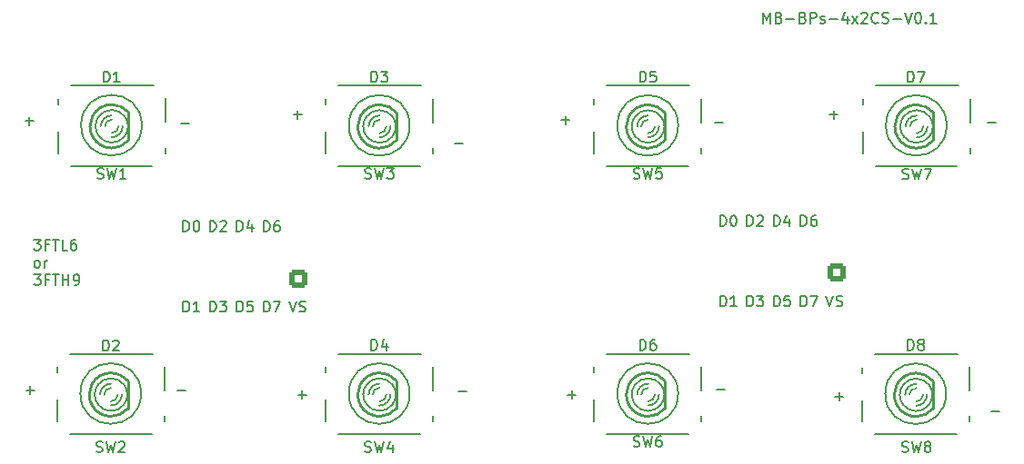
<source format=gto>
%TF.GenerationSoftware,KiCad,Pcbnew,(7.0.0)*%
%TF.CreationDate,2023-05-19T00:04:05+02:00*%
%TF.ProjectId,BP,42502e6b-6963-4616-945f-706362585858,rev?*%
%TF.SameCoordinates,Original*%
%TF.FileFunction,Legend,Top*%
%TF.FilePolarity,Positive*%
%FSLAX46Y46*%
G04 Gerber Fmt 4.6, Leading zero omitted, Abs format (unit mm)*
G04 Created by KiCad (PCBNEW (7.0.0)) date 2023-05-19 00:04:05*
%MOMM*%
%LPD*%
G01*
G04 APERTURE LIST*
G04 Aperture macros list*
%AMRoundRect*
0 Rectangle with rounded corners*
0 $1 Rounding radius*
0 $2 $3 $4 $5 $6 $7 $8 $9 X,Y pos of 4 corners*
0 Add a 4 corners polygon primitive as box body*
4,1,4,$2,$3,$4,$5,$6,$7,$8,$9,$2,$3,0*
0 Add four circle primitives for the rounded corners*
1,1,$1+$1,$2,$3*
1,1,$1+$1,$4,$5*
1,1,$1+$1,$6,$7*
1,1,$1+$1,$8,$9*
0 Add four rect primitives between the rounded corners*
20,1,$1+$1,$2,$3,$4,$5,0*
20,1,$1+$1,$4,$5,$6,$7,0*
20,1,$1+$1,$6,$7,$8,$9,0*
20,1,$1+$1,$8,$9,$2,$3,0*%
G04 Aperture macros list end*
%ADD10C,0.150000*%
%ADD11C,0.254000*%
%ADD12C,0.152400*%
%ADD13C,1.676400*%
%ADD14C,2.000000*%
%ADD15C,3.200000*%
%ADD16RoundRect,0.250000X0.600000X-0.600000X0.600000X0.600000X-0.600000X0.600000X-0.600000X-0.600000X0*%
%ADD17C,1.700000*%
G04 APERTURE END LIST*
D10*
X67342857Y-211042380D02*
X67961904Y-211042380D01*
X67961904Y-211042380D02*
X67628571Y-211423333D01*
X67628571Y-211423333D02*
X67771428Y-211423333D01*
X67771428Y-211423333D02*
X67866666Y-211470952D01*
X67866666Y-211470952D02*
X67914285Y-211518571D01*
X67914285Y-211518571D02*
X67961904Y-211613809D01*
X67961904Y-211613809D02*
X67961904Y-211851904D01*
X67961904Y-211851904D02*
X67914285Y-211947142D01*
X67914285Y-211947142D02*
X67866666Y-211994761D01*
X67866666Y-211994761D02*
X67771428Y-212042380D01*
X67771428Y-212042380D02*
X67485714Y-212042380D01*
X67485714Y-212042380D02*
X67390476Y-211994761D01*
X67390476Y-211994761D02*
X67342857Y-211947142D01*
X68723809Y-211518571D02*
X68390476Y-211518571D01*
X68390476Y-212042380D02*
X68390476Y-211042380D01*
X68390476Y-211042380D02*
X68866666Y-211042380D01*
X69104762Y-211042380D02*
X69676190Y-211042380D01*
X69390476Y-212042380D02*
X69390476Y-211042380D01*
X70485714Y-212042380D02*
X70009524Y-212042380D01*
X70009524Y-212042380D02*
X70009524Y-211042380D01*
X71247619Y-211042380D02*
X71057143Y-211042380D01*
X71057143Y-211042380D02*
X70961905Y-211090000D01*
X70961905Y-211090000D02*
X70914286Y-211137619D01*
X70914286Y-211137619D02*
X70819048Y-211280476D01*
X70819048Y-211280476D02*
X70771429Y-211470952D01*
X70771429Y-211470952D02*
X70771429Y-211851904D01*
X70771429Y-211851904D02*
X70819048Y-211947142D01*
X70819048Y-211947142D02*
X70866667Y-211994761D01*
X70866667Y-211994761D02*
X70961905Y-212042380D01*
X70961905Y-212042380D02*
X71152381Y-212042380D01*
X71152381Y-212042380D02*
X71247619Y-211994761D01*
X71247619Y-211994761D02*
X71295238Y-211947142D01*
X71295238Y-211947142D02*
X71342857Y-211851904D01*
X71342857Y-211851904D02*
X71342857Y-211613809D01*
X71342857Y-211613809D02*
X71295238Y-211518571D01*
X71295238Y-211518571D02*
X71247619Y-211470952D01*
X71247619Y-211470952D02*
X71152381Y-211423333D01*
X71152381Y-211423333D02*
X70961905Y-211423333D01*
X70961905Y-211423333D02*
X70866667Y-211470952D01*
X70866667Y-211470952D02*
X70819048Y-211518571D01*
X70819048Y-211518571D02*
X70771429Y-211613809D01*
X67580952Y-213662380D02*
X67485714Y-213614761D01*
X67485714Y-213614761D02*
X67438095Y-213567142D01*
X67438095Y-213567142D02*
X67390476Y-213471904D01*
X67390476Y-213471904D02*
X67390476Y-213186190D01*
X67390476Y-213186190D02*
X67438095Y-213090952D01*
X67438095Y-213090952D02*
X67485714Y-213043333D01*
X67485714Y-213043333D02*
X67580952Y-212995714D01*
X67580952Y-212995714D02*
X67723809Y-212995714D01*
X67723809Y-212995714D02*
X67819047Y-213043333D01*
X67819047Y-213043333D02*
X67866666Y-213090952D01*
X67866666Y-213090952D02*
X67914285Y-213186190D01*
X67914285Y-213186190D02*
X67914285Y-213471904D01*
X67914285Y-213471904D02*
X67866666Y-213567142D01*
X67866666Y-213567142D02*
X67819047Y-213614761D01*
X67819047Y-213614761D02*
X67723809Y-213662380D01*
X67723809Y-213662380D02*
X67580952Y-213662380D01*
X68342857Y-213662380D02*
X68342857Y-212995714D01*
X68342857Y-213186190D02*
X68390476Y-213090952D01*
X68390476Y-213090952D02*
X68438095Y-213043333D01*
X68438095Y-213043333D02*
X68533333Y-212995714D01*
X68533333Y-212995714D02*
X68628571Y-212995714D01*
X67342857Y-214282380D02*
X67961904Y-214282380D01*
X67961904Y-214282380D02*
X67628571Y-214663333D01*
X67628571Y-214663333D02*
X67771428Y-214663333D01*
X67771428Y-214663333D02*
X67866666Y-214710952D01*
X67866666Y-214710952D02*
X67914285Y-214758571D01*
X67914285Y-214758571D02*
X67961904Y-214853809D01*
X67961904Y-214853809D02*
X67961904Y-215091904D01*
X67961904Y-215091904D02*
X67914285Y-215187142D01*
X67914285Y-215187142D02*
X67866666Y-215234761D01*
X67866666Y-215234761D02*
X67771428Y-215282380D01*
X67771428Y-215282380D02*
X67485714Y-215282380D01*
X67485714Y-215282380D02*
X67390476Y-215234761D01*
X67390476Y-215234761D02*
X67342857Y-215187142D01*
X68723809Y-214758571D02*
X68390476Y-214758571D01*
X68390476Y-215282380D02*
X68390476Y-214282380D01*
X68390476Y-214282380D02*
X68866666Y-214282380D01*
X69104762Y-214282380D02*
X69676190Y-214282380D01*
X69390476Y-215282380D02*
X69390476Y-214282380D01*
X70009524Y-215282380D02*
X70009524Y-214282380D01*
X70009524Y-214758571D02*
X70580952Y-214758571D01*
X70580952Y-215282380D02*
X70580952Y-214282380D01*
X71104762Y-215282380D02*
X71295238Y-215282380D01*
X71295238Y-215282380D02*
X71390476Y-215234761D01*
X71390476Y-215234761D02*
X71438095Y-215187142D01*
X71438095Y-215187142D02*
X71533333Y-215044285D01*
X71533333Y-215044285D02*
X71580952Y-214853809D01*
X71580952Y-214853809D02*
X71580952Y-214472857D01*
X71580952Y-214472857D02*
X71533333Y-214377619D01*
X71533333Y-214377619D02*
X71485714Y-214330000D01*
X71485714Y-214330000D02*
X71390476Y-214282380D01*
X71390476Y-214282380D02*
X71200000Y-214282380D01*
X71200000Y-214282380D02*
X71104762Y-214330000D01*
X71104762Y-214330000D02*
X71057143Y-214377619D01*
X71057143Y-214377619D02*
X71009524Y-214472857D01*
X71009524Y-214472857D02*
X71009524Y-214710952D01*
X71009524Y-214710952D02*
X71057143Y-214806190D01*
X71057143Y-214806190D02*
X71104762Y-214853809D01*
X71104762Y-214853809D02*
X71200000Y-214901428D01*
X71200000Y-214901428D02*
X71390476Y-214901428D01*
X71390476Y-214901428D02*
X71485714Y-214853809D01*
X71485714Y-214853809D02*
X71533333Y-214806190D01*
X71533333Y-214806190D02*
X71580952Y-214710952D01*
X83738095Y-210282380D02*
X83738095Y-209282380D01*
X83738095Y-209282380D02*
X83976190Y-209282380D01*
X83976190Y-209282380D02*
X84119047Y-209330000D01*
X84119047Y-209330000D02*
X84214285Y-209425238D01*
X84214285Y-209425238D02*
X84261904Y-209520476D01*
X84261904Y-209520476D02*
X84309523Y-209710952D01*
X84309523Y-209710952D02*
X84309523Y-209853809D01*
X84309523Y-209853809D02*
X84261904Y-210044285D01*
X84261904Y-210044285D02*
X84214285Y-210139523D01*
X84214285Y-210139523D02*
X84119047Y-210234761D01*
X84119047Y-210234761D02*
X83976190Y-210282380D01*
X83976190Y-210282380D02*
X83738095Y-210282380D01*
X84690476Y-209377619D02*
X84738095Y-209330000D01*
X84738095Y-209330000D02*
X84833333Y-209282380D01*
X84833333Y-209282380D02*
X85071428Y-209282380D01*
X85071428Y-209282380D02*
X85166666Y-209330000D01*
X85166666Y-209330000D02*
X85214285Y-209377619D01*
X85214285Y-209377619D02*
X85261904Y-209472857D01*
X85261904Y-209472857D02*
X85261904Y-209568095D01*
X85261904Y-209568095D02*
X85214285Y-209710952D01*
X85214285Y-209710952D02*
X84642857Y-210282380D01*
X84642857Y-210282380D02*
X85261904Y-210282380D01*
X133738095Y-209782380D02*
X133738095Y-208782380D01*
X133738095Y-208782380D02*
X133976190Y-208782380D01*
X133976190Y-208782380D02*
X134119047Y-208830000D01*
X134119047Y-208830000D02*
X134214285Y-208925238D01*
X134214285Y-208925238D02*
X134261904Y-209020476D01*
X134261904Y-209020476D02*
X134309523Y-209210952D01*
X134309523Y-209210952D02*
X134309523Y-209353809D01*
X134309523Y-209353809D02*
X134261904Y-209544285D01*
X134261904Y-209544285D02*
X134214285Y-209639523D01*
X134214285Y-209639523D02*
X134119047Y-209734761D01*
X134119047Y-209734761D02*
X133976190Y-209782380D01*
X133976190Y-209782380D02*
X133738095Y-209782380D01*
X134690476Y-208877619D02*
X134738095Y-208830000D01*
X134738095Y-208830000D02*
X134833333Y-208782380D01*
X134833333Y-208782380D02*
X135071428Y-208782380D01*
X135071428Y-208782380D02*
X135166666Y-208830000D01*
X135166666Y-208830000D02*
X135214285Y-208877619D01*
X135214285Y-208877619D02*
X135261904Y-208972857D01*
X135261904Y-208972857D02*
X135261904Y-209068095D01*
X135261904Y-209068095D02*
X135214285Y-209210952D01*
X135214285Y-209210952D02*
X134642857Y-209782380D01*
X134642857Y-209782380D02*
X135261904Y-209782380D01*
X156438095Y-227101428D02*
X157200000Y-227101428D01*
X136238095Y-217282380D02*
X136238095Y-216282380D01*
X136238095Y-216282380D02*
X136476190Y-216282380D01*
X136476190Y-216282380D02*
X136619047Y-216330000D01*
X136619047Y-216330000D02*
X136714285Y-216425238D01*
X136714285Y-216425238D02*
X136761904Y-216520476D01*
X136761904Y-216520476D02*
X136809523Y-216710952D01*
X136809523Y-216710952D02*
X136809523Y-216853809D01*
X136809523Y-216853809D02*
X136761904Y-217044285D01*
X136761904Y-217044285D02*
X136714285Y-217139523D01*
X136714285Y-217139523D02*
X136619047Y-217234761D01*
X136619047Y-217234761D02*
X136476190Y-217282380D01*
X136476190Y-217282380D02*
X136238095Y-217282380D01*
X137714285Y-216282380D02*
X137238095Y-216282380D01*
X137238095Y-216282380D02*
X137190476Y-216758571D01*
X137190476Y-216758571D02*
X137238095Y-216710952D01*
X137238095Y-216710952D02*
X137333333Y-216663333D01*
X137333333Y-216663333D02*
X137571428Y-216663333D01*
X137571428Y-216663333D02*
X137666666Y-216710952D01*
X137666666Y-216710952D02*
X137714285Y-216758571D01*
X137714285Y-216758571D02*
X137761904Y-216853809D01*
X137761904Y-216853809D02*
X137761904Y-217091904D01*
X137761904Y-217091904D02*
X137714285Y-217187142D01*
X137714285Y-217187142D02*
X137666666Y-217234761D01*
X137666666Y-217234761D02*
X137571428Y-217282380D01*
X137571428Y-217282380D02*
X137333333Y-217282380D01*
X137333333Y-217282380D02*
X137238095Y-217234761D01*
X137238095Y-217234761D02*
X137190476Y-217187142D01*
X138738095Y-209782380D02*
X138738095Y-208782380D01*
X138738095Y-208782380D02*
X138976190Y-208782380D01*
X138976190Y-208782380D02*
X139119047Y-208830000D01*
X139119047Y-208830000D02*
X139214285Y-208925238D01*
X139214285Y-208925238D02*
X139261904Y-209020476D01*
X139261904Y-209020476D02*
X139309523Y-209210952D01*
X139309523Y-209210952D02*
X139309523Y-209353809D01*
X139309523Y-209353809D02*
X139261904Y-209544285D01*
X139261904Y-209544285D02*
X139214285Y-209639523D01*
X139214285Y-209639523D02*
X139119047Y-209734761D01*
X139119047Y-209734761D02*
X138976190Y-209782380D01*
X138976190Y-209782380D02*
X138738095Y-209782380D01*
X140166666Y-208782380D02*
X139976190Y-208782380D01*
X139976190Y-208782380D02*
X139880952Y-208830000D01*
X139880952Y-208830000D02*
X139833333Y-208877619D01*
X139833333Y-208877619D02*
X139738095Y-209020476D01*
X139738095Y-209020476D02*
X139690476Y-209210952D01*
X139690476Y-209210952D02*
X139690476Y-209591904D01*
X139690476Y-209591904D02*
X139738095Y-209687142D01*
X139738095Y-209687142D02*
X139785714Y-209734761D01*
X139785714Y-209734761D02*
X139880952Y-209782380D01*
X139880952Y-209782380D02*
X140071428Y-209782380D01*
X140071428Y-209782380D02*
X140166666Y-209734761D01*
X140166666Y-209734761D02*
X140214285Y-209687142D01*
X140214285Y-209687142D02*
X140261904Y-209591904D01*
X140261904Y-209591904D02*
X140261904Y-209353809D01*
X140261904Y-209353809D02*
X140214285Y-209258571D01*
X140214285Y-209258571D02*
X140166666Y-209210952D01*
X140166666Y-209210952D02*
X140071428Y-209163333D01*
X140071428Y-209163333D02*
X139880952Y-209163333D01*
X139880952Y-209163333D02*
X139785714Y-209210952D01*
X139785714Y-209210952D02*
X139738095Y-209258571D01*
X139738095Y-209258571D02*
X139690476Y-209353809D01*
X106838095Y-225201428D02*
X107600000Y-225201428D01*
X91538095Y-199401428D02*
X92300000Y-199401428D01*
X91919047Y-199782380D02*
X91919047Y-199020476D01*
X88738095Y-210282380D02*
X88738095Y-209282380D01*
X88738095Y-209282380D02*
X88976190Y-209282380D01*
X88976190Y-209282380D02*
X89119047Y-209330000D01*
X89119047Y-209330000D02*
X89214285Y-209425238D01*
X89214285Y-209425238D02*
X89261904Y-209520476D01*
X89261904Y-209520476D02*
X89309523Y-209710952D01*
X89309523Y-209710952D02*
X89309523Y-209853809D01*
X89309523Y-209853809D02*
X89261904Y-210044285D01*
X89261904Y-210044285D02*
X89214285Y-210139523D01*
X89214285Y-210139523D02*
X89119047Y-210234761D01*
X89119047Y-210234761D02*
X88976190Y-210282380D01*
X88976190Y-210282380D02*
X88738095Y-210282380D01*
X90166666Y-209282380D02*
X89976190Y-209282380D01*
X89976190Y-209282380D02*
X89880952Y-209330000D01*
X89880952Y-209330000D02*
X89833333Y-209377619D01*
X89833333Y-209377619D02*
X89738095Y-209520476D01*
X89738095Y-209520476D02*
X89690476Y-209710952D01*
X89690476Y-209710952D02*
X89690476Y-210091904D01*
X89690476Y-210091904D02*
X89738095Y-210187142D01*
X89738095Y-210187142D02*
X89785714Y-210234761D01*
X89785714Y-210234761D02*
X89880952Y-210282380D01*
X89880952Y-210282380D02*
X90071428Y-210282380D01*
X90071428Y-210282380D02*
X90166666Y-210234761D01*
X90166666Y-210234761D02*
X90214285Y-210187142D01*
X90214285Y-210187142D02*
X90261904Y-210091904D01*
X90261904Y-210091904D02*
X90261904Y-209853809D01*
X90261904Y-209853809D02*
X90214285Y-209758571D01*
X90214285Y-209758571D02*
X90166666Y-209710952D01*
X90166666Y-209710952D02*
X90071428Y-209663333D01*
X90071428Y-209663333D02*
X89880952Y-209663333D01*
X89880952Y-209663333D02*
X89785714Y-209710952D01*
X89785714Y-209710952D02*
X89738095Y-209758571D01*
X89738095Y-209758571D02*
X89690476Y-209853809D01*
X88738095Y-217782380D02*
X88738095Y-216782380D01*
X88738095Y-216782380D02*
X88976190Y-216782380D01*
X88976190Y-216782380D02*
X89119047Y-216830000D01*
X89119047Y-216830000D02*
X89214285Y-216925238D01*
X89214285Y-216925238D02*
X89261904Y-217020476D01*
X89261904Y-217020476D02*
X89309523Y-217210952D01*
X89309523Y-217210952D02*
X89309523Y-217353809D01*
X89309523Y-217353809D02*
X89261904Y-217544285D01*
X89261904Y-217544285D02*
X89214285Y-217639523D01*
X89214285Y-217639523D02*
X89119047Y-217734761D01*
X89119047Y-217734761D02*
X88976190Y-217782380D01*
X88976190Y-217782380D02*
X88738095Y-217782380D01*
X89642857Y-216782380D02*
X90309523Y-216782380D01*
X90309523Y-216782380D02*
X89880952Y-217782380D01*
X91938095Y-225501428D02*
X92700000Y-225501428D01*
X92319047Y-225882380D02*
X92319047Y-225120476D01*
X130938095Y-225001428D02*
X131700000Y-225001428D01*
X131238095Y-209782380D02*
X131238095Y-208782380D01*
X131238095Y-208782380D02*
X131476190Y-208782380D01*
X131476190Y-208782380D02*
X131619047Y-208830000D01*
X131619047Y-208830000D02*
X131714285Y-208925238D01*
X131714285Y-208925238D02*
X131761904Y-209020476D01*
X131761904Y-209020476D02*
X131809523Y-209210952D01*
X131809523Y-209210952D02*
X131809523Y-209353809D01*
X131809523Y-209353809D02*
X131761904Y-209544285D01*
X131761904Y-209544285D02*
X131714285Y-209639523D01*
X131714285Y-209639523D02*
X131619047Y-209734761D01*
X131619047Y-209734761D02*
X131476190Y-209782380D01*
X131476190Y-209782380D02*
X131238095Y-209782380D01*
X132428571Y-208782380D02*
X132523809Y-208782380D01*
X132523809Y-208782380D02*
X132619047Y-208830000D01*
X132619047Y-208830000D02*
X132666666Y-208877619D01*
X132666666Y-208877619D02*
X132714285Y-208972857D01*
X132714285Y-208972857D02*
X132761904Y-209163333D01*
X132761904Y-209163333D02*
X132761904Y-209401428D01*
X132761904Y-209401428D02*
X132714285Y-209591904D01*
X132714285Y-209591904D02*
X132666666Y-209687142D01*
X132666666Y-209687142D02*
X132619047Y-209734761D01*
X132619047Y-209734761D02*
X132523809Y-209782380D01*
X132523809Y-209782380D02*
X132428571Y-209782380D01*
X132428571Y-209782380D02*
X132333333Y-209734761D01*
X132333333Y-209734761D02*
X132285714Y-209687142D01*
X132285714Y-209687142D02*
X132238095Y-209591904D01*
X132238095Y-209591904D02*
X132190476Y-209401428D01*
X132190476Y-209401428D02*
X132190476Y-209163333D01*
X132190476Y-209163333D02*
X132238095Y-208972857D01*
X132238095Y-208972857D02*
X132285714Y-208877619D01*
X132285714Y-208877619D02*
X132333333Y-208830000D01*
X132333333Y-208830000D02*
X132428571Y-208782380D01*
X131238095Y-217282380D02*
X131238095Y-216282380D01*
X131238095Y-216282380D02*
X131476190Y-216282380D01*
X131476190Y-216282380D02*
X131619047Y-216330000D01*
X131619047Y-216330000D02*
X131714285Y-216425238D01*
X131714285Y-216425238D02*
X131761904Y-216520476D01*
X131761904Y-216520476D02*
X131809523Y-216710952D01*
X131809523Y-216710952D02*
X131809523Y-216853809D01*
X131809523Y-216853809D02*
X131761904Y-217044285D01*
X131761904Y-217044285D02*
X131714285Y-217139523D01*
X131714285Y-217139523D02*
X131619047Y-217234761D01*
X131619047Y-217234761D02*
X131476190Y-217282380D01*
X131476190Y-217282380D02*
X131238095Y-217282380D01*
X132761904Y-217282380D02*
X132190476Y-217282380D01*
X132476190Y-217282380D02*
X132476190Y-216282380D01*
X132476190Y-216282380D02*
X132380952Y-216425238D01*
X132380952Y-216425238D02*
X132285714Y-216520476D01*
X132285714Y-216520476D02*
X132190476Y-216568095D01*
X81038095Y-200201428D02*
X81800000Y-200201428D01*
X91095238Y-216782380D02*
X91428571Y-217782380D01*
X91428571Y-217782380D02*
X91761904Y-216782380D01*
X92047619Y-217734761D02*
X92190476Y-217782380D01*
X92190476Y-217782380D02*
X92428571Y-217782380D01*
X92428571Y-217782380D02*
X92523809Y-217734761D01*
X92523809Y-217734761D02*
X92571428Y-217687142D01*
X92571428Y-217687142D02*
X92619047Y-217591904D01*
X92619047Y-217591904D02*
X92619047Y-217496666D01*
X92619047Y-217496666D02*
X92571428Y-217401428D01*
X92571428Y-217401428D02*
X92523809Y-217353809D01*
X92523809Y-217353809D02*
X92428571Y-217306190D01*
X92428571Y-217306190D02*
X92238095Y-217258571D01*
X92238095Y-217258571D02*
X92142857Y-217210952D01*
X92142857Y-217210952D02*
X92095238Y-217163333D01*
X92095238Y-217163333D02*
X92047619Y-217068095D01*
X92047619Y-217068095D02*
X92047619Y-216972857D01*
X92047619Y-216972857D02*
X92095238Y-216877619D01*
X92095238Y-216877619D02*
X92142857Y-216830000D01*
X92142857Y-216830000D02*
X92238095Y-216782380D01*
X92238095Y-216782380D02*
X92476190Y-216782380D01*
X92476190Y-216782380D02*
X92619047Y-216830000D01*
X130738095Y-200101428D02*
X131500000Y-200101428D01*
X133738095Y-217282380D02*
X133738095Y-216282380D01*
X133738095Y-216282380D02*
X133976190Y-216282380D01*
X133976190Y-216282380D02*
X134119047Y-216330000D01*
X134119047Y-216330000D02*
X134214285Y-216425238D01*
X134214285Y-216425238D02*
X134261904Y-216520476D01*
X134261904Y-216520476D02*
X134309523Y-216710952D01*
X134309523Y-216710952D02*
X134309523Y-216853809D01*
X134309523Y-216853809D02*
X134261904Y-217044285D01*
X134261904Y-217044285D02*
X134214285Y-217139523D01*
X134214285Y-217139523D02*
X134119047Y-217234761D01*
X134119047Y-217234761D02*
X133976190Y-217282380D01*
X133976190Y-217282380D02*
X133738095Y-217282380D01*
X134642857Y-216282380D02*
X135261904Y-216282380D01*
X135261904Y-216282380D02*
X134928571Y-216663333D01*
X134928571Y-216663333D02*
X135071428Y-216663333D01*
X135071428Y-216663333D02*
X135166666Y-216710952D01*
X135166666Y-216710952D02*
X135214285Y-216758571D01*
X135214285Y-216758571D02*
X135261904Y-216853809D01*
X135261904Y-216853809D02*
X135261904Y-217091904D01*
X135261904Y-217091904D02*
X135214285Y-217187142D01*
X135214285Y-217187142D02*
X135166666Y-217234761D01*
X135166666Y-217234761D02*
X135071428Y-217282380D01*
X135071428Y-217282380D02*
X134785714Y-217282380D01*
X134785714Y-217282380D02*
X134690476Y-217234761D01*
X134690476Y-217234761D02*
X134642857Y-217187142D01*
X141938095Y-225701428D02*
X142700000Y-225701428D01*
X142319047Y-226082380D02*
X142319047Y-225320476D01*
X141438095Y-199401428D02*
X142200000Y-199401428D01*
X141819047Y-199782380D02*
X141819047Y-199020476D01*
X83738095Y-217782380D02*
X83738095Y-216782380D01*
X83738095Y-216782380D02*
X83976190Y-216782380D01*
X83976190Y-216782380D02*
X84119047Y-216830000D01*
X84119047Y-216830000D02*
X84214285Y-216925238D01*
X84214285Y-216925238D02*
X84261904Y-217020476D01*
X84261904Y-217020476D02*
X84309523Y-217210952D01*
X84309523Y-217210952D02*
X84309523Y-217353809D01*
X84309523Y-217353809D02*
X84261904Y-217544285D01*
X84261904Y-217544285D02*
X84214285Y-217639523D01*
X84214285Y-217639523D02*
X84119047Y-217734761D01*
X84119047Y-217734761D02*
X83976190Y-217782380D01*
X83976190Y-217782380D02*
X83738095Y-217782380D01*
X84642857Y-216782380D02*
X85261904Y-216782380D01*
X85261904Y-216782380D02*
X84928571Y-217163333D01*
X84928571Y-217163333D02*
X85071428Y-217163333D01*
X85071428Y-217163333D02*
X85166666Y-217210952D01*
X85166666Y-217210952D02*
X85214285Y-217258571D01*
X85214285Y-217258571D02*
X85261904Y-217353809D01*
X85261904Y-217353809D02*
X85261904Y-217591904D01*
X85261904Y-217591904D02*
X85214285Y-217687142D01*
X85214285Y-217687142D02*
X85166666Y-217734761D01*
X85166666Y-217734761D02*
X85071428Y-217782380D01*
X85071428Y-217782380D02*
X84785714Y-217782380D01*
X84785714Y-217782380D02*
X84690476Y-217734761D01*
X84690476Y-217734761D02*
X84642857Y-217687142D01*
X106538095Y-202101428D02*
X107300000Y-202101428D01*
X86238095Y-217782380D02*
X86238095Y-216782380D01*
X86238095Y-216782380D02*
X86476190Y-216782380D01*
X86476190Y-216782380D02*
X86619047Y-216830000D01*
X86619047Y-216830000D02*
X86714285Y-216925238D01*
X86714285Y-216925238D02*
X86761904Y-217020476D01*
X86761904Y-217020476D02*
X86809523Y-217210952D01*
X86809523Y-217210952D02*
X86809523Y-217353809D01*
X86809523Y-217353809D02*
X86761904Y-217544285D01*
X86761904Y-217544285D02*
X86714285Y-217639523D01*
X86714285Y-217639523D02*
X86619047Y-217734761D01*
X86619047Y-217734761D02*
X86476190Y-217782380D01*
X86476190Y-217782380D02*
X86238095Y-217782380D01*
X87714285Y-216782380D02*
X87238095Y-216782380D01*
X87238095Y-216782380D02*
X87190476Y-217258571D01*
X87190476Y-217258571D02*
X87238095Y-217210952D01*
X87238095Y-217210952D02*
X87333333Y-217163333D01*
X87333333Y-217163333D02*
X87571428Y-217163333D01*
X87571428Y-217163333D02*
X87666666Y-217210952D01*
X87666666Y-217210952D02*
X87714285Y-217258571D01*
X87714285Y-217258571D02*
X87761904Y-217353809D01*
X87761904Y-217353809D02*
X87761904Y-217591904D01*
X87761904Y-217591904D02*
X87714285Y-217687142D01*
X87714285Y-217687142D02*
X87666666Y-217734761D01*
X87666666Y-217734761D02*
X87571428Y-217782380D01*
X87571428Y-217782380D02*
X87333333Y-217782380D01*
X87333333Y-217782380D02*
X87238095Y-217734761D01*
X87238095Y-217734761D02*
X87190476Y-217687142D01*
X80738095Y-225101428D02*
X81500000Y-225101428D01*
X117038095Y-225501428D02*
X117800000Y-225501428D01*
X117419047Y-225882380D02*
X117419047Y-225120476D01*
X66538095Y-200001428D02*
X67300000Y-200001428D01*
X66919047Y-200382380D02*
X66919047Y-199620476D01*
X141095238Y-216282380D02*
X141428571Y-217282380D01*
X141428571Y-217282380D02*
X141761904Y-216282380D01*
X142047619Y-217234761D02*
X142190476Y-217282380D01*
X142190476Y-217282380D02*
X142428571Y-217282380D01*
X142428571Y-217282380D02*
X142523809Y-217234761D01*
X142523809Y-217234761D02*
X142571428Y-217187142D01*
X142571428Y-217187142D02*
X142619047Y-217091904D01*
X142619047Y-217091904D02*
X142619047Y-216996666D01*
X142619047Y-216996666D02*
X142571428Y-216901428D01*
X142571428Y-216901428D02*
X142523809Y-216853809D01*
X142523809Y-216853809D02*
X142428571Y-216806190D01*
X142428571Y-216806190D02*
X142238095Y-216758571D01*
X142238095Y-216758571D02*
X142142857Y-216710952D01*
X142142857Y-216710952D02*
X142095238Y-216663333D01*
X142095238Y-216663333D02*
X142047619Y-216568095D01*
X142047619Y-216568095D02*
X142047619Y-216472857D01*
X142047619Y-216472857D02*
X142095238Y-216377619D01*
X142095238Y-216377619D02*
X142142857Y-216330000D01*
X142142857Y-216330000D02*
X142238095Y-216282380D01*
X142238095Y-216282380D02*
X142476190Y-216282380D01*
X142476190Y-216282380D02*
X142619047Y-216330000D01*
X116438095Y-199901428D02*
X117200000Y-199901428D01*
X116819047Y-200282380D02*
X116819047Y-199520476D01*
X81238095Y-210282380D02*
X81238095Y-209282380D01*
X81238095Y-209282380D02*
X81476190Y-209282380D01*
X81476190Y-209282380D02*
X81619047Y-209330000D01*
X81619047Y-209330000D02*
X81714285Y-209425238D01*
X81714285Y-209425238D02*
X81761904Y-209520476D01*
X81761904Y-209520476D02*
X81809523Y-209710952D01*
X81809523Y-209710952D02*
X81809523Y-209853809D01*
X81809523Y-209853809D02*
X81761904Y-210044285D01*
X81761904Y-210044285D02*
X81714285Y-210139523D01*
X81714285Y-210139523D02*
X81619047Y-210234761D01*
X81619047Y-210234761D02*
X81476190Y-210282380D01*
X81476190Y-210282380D02*
X81238095Y-210282380D01*
X82428571Y-209282380D02*
X82523809Y-209282380D01*
X82523809Y-209282380D02*
X82619047Y-209330000D01*
X82619047Y-209330000D02*
X82666666Y-209377619D01*
X82666666Y-209377619D02*
X82714285Y-209472857D01*
X82714285Y-209472857D02*
X82761904Y-209663333D01*
X82761904Y-209663333D02*
X82761904Y-209901428D01*
X82761904Y-209901428D02*
X82714285Y-210091904D01*
X82714285Y-210091904D02*
X82666666Y-210187142D01*
X82666666Y-210187142D02*
X82619047Y-210234761D01*
X82619047Y-210234761D02*
X82523809Y-210282380D01*
X82523809Y-210282380D02*
X82428571Y-210282380D01*
X82428571Y-210282380D02*
X82333333Y-210234761D01*
X82333333Y-210234761D02*
X82285714Y-210187142D01*
X82285714Y-210187142D02*
X82238095Y-210091904D01*
X82238095Y-210091904D02*
X82190476Y-209901428D01*
X82190476Y-209901428D02*
X82190476Y-209663333D01*
X82190476Y-209663333D02*
X82238095Y-209472857D01*
X82238095Y-209472857D02*
X82285714Y-209377619D01*
X82285714Y-209377619D02*
X82333333Y-209330000D01*
X82333333Y-209330000D02*
X82428571Y-209282380D01*
X135238095Y-190882380D02*
X135238095Y-189882380D01*
X135238095Y-189882380D02*
X135571428Y-190596666D01*
X135571428Y-190596666D02*
X135904761Y-189882380D01*
X135904761Y-189882380D02*
X135904761Y-190882380D01*
X136714285Y-190358571D02*
X136857142Y-190406190D01*
X136857142Y-190406190D02*
X136904761Y-190453809D01*
X136904761Y-190453809D02*
X136952380Y-190549047D01*
X136952380Y-190549047D02*
X136952380Y-190691904D01*
X136952380Y-190691904D02*
X136904761Y-190787142D01*
X136904761Y-190787142D02*
X136857142Y-190834761D01*
X136857142Y-190834761D02*
X136761904Y-190882380D01*
X136761904Y-190882380D02*
X136380952Y-190882380D01*
X136380952Y-190882380D02*
X136380952Y-189882380D01*
X136380952Y-189882380D02*
X136714285Y-189882380D01*
X136714285Y-189882380D02*
X136809523Y-189930000D01*
X136809523Y-189930000D02*
X136857142Y-189977619D01*
X136857142Y-189977619D02*
X136904761Y-190072857D01*
X136904761Y-190072857D02*
X136904761Y-190168095D01*
X136904761Y-190168095D02*
X136857142Y-190263333D01*
X136857142Y-190263333D02*
X136809523Y-190310952D01*
X136809523Y-190310952D02*
X136714285Y-190358571D01*
X136714285Y-190358571D02*
X136380952Y-190358571D01*
X137380952Y-190501428D02*
X138142857Y-190501428D01*
X138952380Y-190358571D02*
X139095237Y-190406190D01*
X139095237Y-190406190D02*
X139142856Y-190453809D01*
X139142856Y-190453809D02*
X139190475Y-190549047D01*
X139190475Y-190549047D02*
X139190475Y-190691904D01*
X139190475Y-190691904D02*
X139142856Y-190787142D01*
X139142856Y-190787142D02*
X139095237Y-190834761D01*
X139095237Y-190834761D02*
X138999999Y-190882380D01*
X138999999Y-190882380D02*
X138619047Y-190882380D01*
X138619047Y-190882380D02*
X138619047Y-189882380D01*
X138619047Y-189882380D02*
X138952380Y-189882380D01*
X138952380Y-189882380D02*
X139047618Y-189930000D01*
X139047618Y-189930000D02*
X139095237Y-189977619D01*
X139095237Y-189977619D02*
X139142856Y-190072857D01*
X139142856Y-190072857D02*
X139142856Y-190168095D01*
X139142856Y-190168095D02*
X139095237Y-190263333D01*
X139095237Y-190263333D02*
X139047618Y-190310952D01*
X139047618Y-190310952D02*
X138952380Y-190358571D01*
X138952380Y-190358571D02*
X138619047Y-190358571D01*
X139619047Y-190882380D02*
X139619047Y-189882380D01*
X139619047Y-189882380D02*
X139999999Y-189882380D01*
X139999999Y-189882380D02*
X140095237Y-189930000D01*
X140095237Y-189930000D02*
X140142856Y-189977619D01*
X140142856Y-189977619D02*
X140190475Y-190072857D01*
X140190475Y-190072857D02*
X140190475Y-190215714D01*
X140190475Y-190215714D02*
X140142856Y-190310952D01*
X140142856Y-190310952D02*
X140095237Y-190358571D01*
X140095237Y-190358571D02*
X139999999Y-190406190D01*
X139999999Y-190406190D02*
X139619047Y-190406190D01*
X140571428Y-190834761D02*
X140666666Y-190882380D01*
X140666666Y-190882380D02*
X140857142Y-190882380D01*
X140857142Y-190882380D02*
X140952380Y-190834761D01*
X140952380Y-190834761D02*
X140999999Y-190739523D01*
X140999999Y-190739523D02*
X140999999Y-190691904D01*
X140999999Y-190691904D02*
X140952380Y-190596666D01*
X140952380Y-190596666D02*
X140857142Y-190549047D01*
X140857142Y-190549047D02*
X140714285Y-190549047D01*
X140714285Y-190549047D02*
X140619047Y-190501428D01*
X140619047Y-190501428D02*
X140571428Y-190406190D01*
X140571428Y-190406190D02*
X140571428Y-190358571D01*
X140571428Y-190358571D02*
X140619047Y-190263333D01*
X140619047Y-190263333D02*
X140714285Y-190215714D01*
X140714285Y-190215714D02*
X140857142Y-190215714D01*
X140857142Y-190215714D02*
X140952380Y-190263333D01*
X141428571Y-190501428D02*
X142190476Y-190501428D01*
X143095237Y-190215714D02*
X143095237Y-190882380D01*
X142857142Y-189834761D02*
X142619047Y-190549047D01*
X142619047Y-190549047D02*
X143238094Y-190549047D01*
X143523809Y-190882380D02*
X144047618Y-190215714D01*
X143523809Y-190215714D02*
X144047618Y-190882380D01*
X144380952Y-189977619D02*
X144428571Y-189930000D01*
X144428571Y-189930000D02*
X144523809Y-189882380D01*
X144523809Y-189882380D02*
X144761904Y-189882380D01*
X144761904Y-189882380D02*
X144857142Y-189930000D01*
X144857142Y-189930000D02*
X144904761Y-189977619D01*
X144904761Y-189977619D02*
X144952380Y-190072857D01*
X144952380Y-190072857D02*
X144952380Y-190168095D01*
X144952380Y-190168095D02*
X144904761Y-190310952D01*
X144904761Y-190310952D02*
X144333333Y-190882380D01*
X144333333Y-190882380D02*
X144952380Y-190882380D01*
X145952380Y-190787142D02*
X145904761Y-190834761D01*
X145904761Y-190834761D02*
X145761904Y-190882380D01*
X145761904Y-190882380D02*
X145666666Y-190882380D01*
X145666666Y-190882380D02*
X145523809Y-190834761D01*
X145523809Y-190834761D02*
X145428571Y-190739523D01*
X145428571Y-190739523D02*
X145380952Y-190644285D01*
X145380952Y-190644285D02*
X145333333Y-190453809D01*
X145333333Y-190453809D02*
X145333333Y-190310952D01*
X145333333Y-190310952D02*
X145380952Y-190120476D01*
X145380952Y-190120476D02*
X145428571Y-190025238D01*
X145428571Y-190025238D02*
X145523809Y-189930000D01*
X145523809Y-189930000D02*
X145666666Y-189882380D01*
X145666666Y-189882380D02*
X145761904Y-189882380D01*
X145761904Y-189882380D02*
X145904761Y-189930000D01*
X145904761Y-189930000D02*
X145952380Y-189977619D01*
X146333333Y-190834761D02*
X146476190Y-190882380D01*
X146476190Y-190882380D02*
X146714285Y-190882380D01*
X146714285Y-190882380D02*
X146809523Y-190834761D01*
X146809523Y-190834761D02*
X146857142Y-190787142D01*
X146857142Y-190787142D02*
X146904761Y-190691904D01*
X146904761Y-190691904D02*
X146904761Y-190596666D01*
X146904761Y-190596666D02*
X146857142Y-190501428D01*
X146857142Y-190501428D02*
X146809523Y-190453809D01*
X146809523Y-190453809D02*
X146714285Y-190406190D01*
X146714285Y-190406190D02*
X146523809Y-190358571D01*
X146523809Y-190358571D02*
X146428571Y-190310952D01*
X146428571Y-190310952D02*
X146380952Y-190263333D01*
X146380952Y-190263333D02*
X146333333Y-190168095D01*
X146333333Y-190168095D02*
X146333333Y-190072857D01*
X146333333Y-190072857D02*
X146380952Y-189977619D01*
X146380952Y-189977619D02*
X146428571Y-189930000D01*
X146428571Y-189930000D02*
X146523809Y-189882380D01*
X146523809Y-189882380D02*
X146761904Y-189882380D01*
X146761904Y-189882380D02*
X146904761Y-189930000D01*
X147333333Y-190501428D02*
X148095238Y-190501428D01*
X148428571Y-189882380D02*
X148761904Y-190882380D01*
X148761904Y-190882380D02*
X149095237Y-189882380D01*
X149619047Y-189882380D02*
X149714285Y-189882380D01*
X149714285Y-189882380D02*
X149809523Y-189930000D01*
X149809523Y-189930000D02*
X149857142Y-189977619D01*
X149857142Y-189977619D02*
X149904761Y-190072857D01*
X149904761Y-190072857D02*
X149952380Y-190263333D01*
X149952380Y-190263333D02*
X149952380Y-190501428D01*
X149952380Y-190501428D02*
X149904761Y-190691904D01*
X149904761Y-190691904D02*
X149857142Y-190787142D01*
X149857142Y-190787142D02*
X149809523Y-190834761D01*
X149809523Y-190834761D02*
X149714285Y-190882380D01*
X149714285Y-190882380D02*
X149619047Y-190882380D01*
X149619047Y-190882380D02*
X149523809Y-190834761D01*
X149523809Y-190834761D02*
X149476190Y-190787142D01*
X149476190Y-190787142D02*
X149428571Y-190691904D01*
X149428571Y-190691904D02*
X149380952Y-190501428D01*
X149380952Y-190501428D02*
X149380952Y-190263333D01*
X149380952Y-190263333D02*
X149428571Y-190072857D01*
X149428571Y-190072857D02*
X149476190Y-189977619D01*
X149476190Y-189977619D02*
X149523809Y-189930000D01*
X149523809Y-189930000D02*
X149619047Y-189882380D01*
X150380952Y-190787142D02*
X150428571Y-190834761D01*
X150428571Y-190834761D02*
X150380952Y-190882380D01*
X150380952Y-190882380D02*
X150333333Y-190834761D01*
X150333333Y-190834761D02*
X150380952Y-190787142D01*
X150380952Y-190787142D02*
X150380952Y-190882380D01*
X151380951Y-190882380D02*
X150809523Y-190882380D01*
X151095237Y-190882380D02*
X151095237Y-189882380D01*
X151095237Y-189882380D02*
X150999999Y-190025238D01*
X150999999Y-190025238D02*
X150904761Y-190120476D01*
X150904761Y-190120476D02*
X150809523Y-190168095D01*
X86238095Y-210282380D02*
X86238095Y-209282380D01*
X86238095Y-209282380D02*
X86476190Y-209282380D01*
X86476190Y-209282380D02*
X86619047Y-209330000D01*
X86619047Y-209330000D02*
X86714285Y-209425238D01*
X86714285Y-209425238D02*
X86761904Y-209520476D01*
X86761904Y-209520476D02*
X86809523Y-209710952D01*
X86809523Y-209710952D02*
X86809523Y-209853809D01*
X86809523Y-209853809D02*
X86761904Y-210044285D01*
X86761904Y-210044285D02*
X86714285Y-210139523D01*
X86714285Y-210139523D02*
X86619047Y-210234761D01*
X86619047Y-210234761D02*
X86476190Y-210282380D01*
X86476190Y-210282380D02*
X86238095Y-210282380D01*
X87666666Y-209615714D02*
X87666666Y-210282380D01*
X87428571Y-209234761D02*
X87190476Y-209949047D01*
X87190476Y-209949047D02*
X87809523Y-209949047D01*
X81238095Y-217782380D02*
X81238095Y-216782380D01*
X81238095Y-216782380D02*
X81476190Y-216782380D01*
X81476190Y-216782380D02*
X81619047Y-216830000D01*
X81619047Y-216830000D02*
X81714285Y-216925238D01*
X81714285Y-216925238D02*
X81761904Y-217020476D01*
X81761904Y-217020476D02*
X81809523Y-217210952D01*
X81809523Y-217210952D02*
X81809523Y-217353809D01*
X81809523Y-217353809D02*
X81761904Y-217544285D01*
X81761904Y-217544285D02*
X81714285Y-217639523D01*
X81714285Y-217639523D02*
X81619047Y-217734761D01*
X81619047Y-217734761D02*
X81476190Y-217782380D01*
X81476190Y-217782380D02*
X81238095Y-217782380D01*
X82761904Y-217782380D02*
X82190476Y-217782380D01*
X82476190Y-217782380D02*
X82476190Y-216782380D01*
X82476190Y-216782380D02*
X82380952Y-216925238D01*
X82380952Y-216925238D02*
X82285714Y-217020476D01*
X82285714Y-217020476D02*
X82190476Y-217068095D01*
X136238095Y-209782380D02*
X136238095Y-208782380D01*
X136238095Y-208782380D02*
X136476190Y-208782380D01*
X136476190Y-208782380D02*
X136619047Y-208830000D01*
X136619047Y-208830000D02*
X136714285Y-208925238D01*
X136714285Y-208925238D02*
X136761904Y-209020476D01*
X136761904Y-209020476D02*
X136809523Y-209210952D01*
X136809523Y-209210952D02*
X136809523Y-209353809D01*
X136809523Y-209353809D02*
X136761904Y-209544285D01*
X136761904Y-209544285D02*
X136714285Y-209639523D01*
X136714285Y-209639523D02*
X136619047Y-209734761D01*
X136619047Y-209734761D02*
X136476190Y-209782380D01*
X136476190Y-209782380D02*
X136238095Y-209782380D01*
X137666666Y-209115714D02*
X137666666Y-209782380D01*
X137428571Y-208734761D02*
X137190476Y-209449047D01*
X137190476Y-209449047D02*
X137809523Y-209449047D01*
X66638095Y-225101428D02*
X67400000Y-225101428D01*
X67019047Y-225482380D02*
X67019047Y-224720476D01*
X156138095Y-200101428D02*
X156900000Y-200101428D01*
X138738095Y-217282380D02*
X138738095Y-216282380D01*
X138738095Y-216282380D02*
X138976190Y-216282380D01*
X138976190Y-216282380D02*
X139119047Y-216330000D01*
X139119047Y-216330000D02*
X139214285Y-216425238D01*
X139214285Y-216425238D02*
X139261904Y-216520476D01*
X139261904Y-216520476D02*
X139309523Y-216710952D01*
X139309523Y-216710952D02*
X139309523Y-216853809D01*
X139309523Y-216853809D02*
X139261904Y-217044285D01*
X139261904Y-217044285D02*
X139214285Y-217139523D01*
X139214285Y-217139523D02*
X139119047Y-217234761D01*
X139119047Y-217234761D02*
X138976190Y-217282380D01*
X138976190Y-217282380D02*
X138738095Y-217282380D01*
X139642857Y-216282380D02*
X140309523Y-216282380D01*
X140309523Y-216282380D02*
X139880952Y-217282380D01*
%TO.C,SW3*%
X98166667Y-205319761D02*
X98309524Y-205367380D01*
X98309524Y-205367380D02*
X98547619Y-205367380D01*
X98547619Y-205367380D02*
X98642857Y-205319761D01*
X98642857Y-205319761D02*
X98690476Y-205272142D01*
X98690476Y-205272142D02*
X98738095Y-205176904D01*
X98738095Y-205176904D02*
X98738095Y-205081666D01*
X98738095Y-205081666D02*
X98690476Y-204986428D01*
X98690476Y-204986428D02*
X98642857Y-204938809D01*
X98642857Y-204938809D02*
X98547619Y-204891190D01*
X98547619Y-204891190D02*
X98357143Y-204843571D01*
X98357143Y-204843571D02*
X98261905Y-204795952D01*
X98261905Y-204795952D02*
X98214286Y-204748333D01*
X98214286Y-204748333D02*
X98166667Y-204653095D01*
X98166667Y-204653095D02*
X98166667Y-204557857D01*
X98166667Y-204557857D02*
X98214286Y-204462619D01*
X98214286Y-204462619D02*
X98261905Y-204415000D01*
X98261905Y-204415000D02*
X98357143Y-204367380D01*
X98357143Y-204367380D02*
X98595238Y-204367380D01*
X98595238Y-204367380D02*
X98738095Y-204415000D01*
X99071429Y-204367380D02*
X99309524Y-205367380D01*
X99309524Y-205367380D02*
X99500000Y-204653095D01*
X99500000Y-204653095D02*
X99690476Y-205367380D01*
X99690476Y-205367380D02*
X99928572Y-204367380D01*
X100214286Y-204367380D02*
X100833333Y-204367380D01*
X100833333Y-204367380D02*
X100500000Y-204748333D01*
X100500000Y-204748333D02*
X100642857Y-204748333D01*
X100642857Y-204748333D02*
X100738095Y-204795952D01*
X100738095Y-204795952D02*
X100785714Y-204843571D01*
X100785714Y-204843571D02*
X100833333Y-204938809D01*
X100833333Y-204938809D02*
X100833333Y-205176904D01*
X100833333Y-205176904D02*
X100785714Y-205272142D01*
X100785714Y-205272142D02*
X100738095Y-205319761D01*
X100738095Y-205319761D02*
X100642857Y-205367380D01*
X100642857Y-205367380D02*
X100357143Y-205367380D01*
X100357143Y-205367380D02*
X100261905Y-205319761D01*
X100261905Y-205319761D02*
X100214286Y-205272142D01*
%TO.C,SW5*%
X123166667Y-205319661D02*
X123309524Y-205367280D01*
X123309524Y-205367280D02*
X123547619Y-205367280D01*
X123547619Y-205367280D02*
X123642857Y-205319661D01*
X123642857Y-205319661D02*
X123690476Y-205272042D01*
X123690476Y-205272042D02*
X123738095Y-205176804D01*
X123738095Y-205176804D02*
X123738095Y-205081566D01*
X123738095Y-205081566D02*
X123690476Y-204986328D01*
X123690476Y-204986328D02*
X123642857Y-204938709D01*
X123642857Y-204938709D02*
X123547619Y-204891090D01*
X123547619Y-204891090D02*
X123357143Y-204843471D01*
X123357143Y-204843471D02*
X123261905Y-204795852D01*
X123261905Y-204795852D02*
X123214286Y-204748233D01*
X123214286Y-204748233D02*
X123166667Y-204652995D01*
X123166667Y-204652995D02*
X123166667Y-204557757D01*
X123166667Y-204557757D02*
X123214286Y-204462519D01*
X123214286Y-204462519D02*
X123261905Y-204414900D01*
X123261905Y-204414900D02*
X123357143Y-204367280D01*
X123357143Y-204367280D02*
X123595238Y-204367280D01*
X123595238Y-204367280D02*
X123738095Y-204414900D01*
X124071429Y-204367280D02*
X124309524Y-205367280D01*
X124309524Y-205367280D02*
X124500000Y-204652995D01*
X124500000Y-204652995D02*
X124690476Y-205367280D01*
X124690476Y-205367280D02*
X124928572Y-204367280D01*
X125785714Y-204367280D02*
X125309524Y-204367280D01*
X125309524Y-204367280D02*
X125261905Y-204843471D01*
X125261905Y-204843471D02*
X125309524Y-204795852D01*
X125309524Y-204795852D02*
X125404762Y-204748233D01*
X125404762Y-204748233D02*
X125642857Y-204748233D01*
X125642857Y-204748233D02*
X125738095Y-204795852D01*
X125738095Y-204795852D02*
X125785714Y-204843471D01*
X125785714Y-204843471D02*
X125833333Y-204938709D01*
X125833333Y-204938709D02*
X125833333Y-205176804D01*
X125833333Y-205176804D02*
X125785714Y-205272042D01*
X125785714Y-205272042D02*
X125738095Y-205319661D01*
X125738095Y-205319661D02*
X125642857Y-205367280D01*
X125642857Y-205367280D02*
X125404762Y-205367280D01*
X125404762Y-205367280D02*
X125309524Y-205319661D01*
X125309524Y-205319661D02*
X125261905Y-205272042D01*
%TO.C,SW7*%
X148213667Y-205370761D02*
X148356524Y-205418380D01*
X148356524Y-205418380D02*
X148594619Y-205418380D01*
X148594619Y-205418380D02*
X148689857Y-205370761D01*
X148689857Y-205370761D02*
X148737476Y-205323142D01*
X148737476Y-205323142D02*
X148785095Y-205227904D01*
X148785095Y-205227904D02*
X148785095Y-205132666D01*
X148785095Y-205132666D02*
X148737476Y-205037428D01*
X148737476Y-205037428D02*
X148689857Y-204989809D01*
X148689857Y-204989809D02*
X148594619Y-204942190D01*
X148594619Y-204942190D02*
X148404143Y-204894571D01*
X148404143Y-204894571D02*
X148308905Y-204846952D01*
X148308905Y-204846952D02*
X148261286Y-204799333D01*
X148261286Y-204799333D02*
X148213667Y-204704095D01*
X148213667Y-204704095D02*
X148213667Y-204608857D01*
X148213667Y-204608857D02*
X148261286Y-204513619D01*
X148261286Y-204513619D02*
X148308905Y-204466000D01*
X148308905Y-204466000D02*
X148404143Y-204418380D01*
X148404143Y-204418380D02*
X148642238Y-204418380D01*
X148642238Y-204418380D02*
X148785095Y-204466000D01*
X149118429Y-204418380D02*
X149356524Y-205418380D01*
X149356524Y-205418380D02*
X149547000Y-204704095D01*
X149547000Y-204704095D02*
X149737476Y-205418380D01*
X149737476Y-205418380D02*
X149975572Y-204418380D01*
X150261286Y-204418380D02*
X150927952Y-204418380D01*
X150927952Y-204418380D02*
X150499381Y-205418380D01*
%TO.C,SW2*%
X73166667Y-230819761D02*
X73309524Y-230867380D01*
X73309524Y-230867380D02*
X73547619Y-230867380D01*
X73547619Y-230867380D02*
X73642857Y-230819761D01*
X73642857Y-230819761D02*
X73690476Y-230772142D01*
X73690476Y-230772142D02*
X73738095Y-230676904D01*
X73738095Y-230676904D02*
X73738095Y-230581666D01*
X73738095Y-230581666D02*
X73690476Y-230486428D01*
X73690476Y-230486428D02*
X73642857Y-230438809D01*
X73642857Y-230438809D02*
X73547619Y-230391190D01*
X73547619Y-230391190D02*
X73357143Y-230343571D01*
X73357143Y-230343571D02*
X73261905Y-230295952D01*
X73261905Y-230295952D02*
X73214286Y-230248333D01*
X73214286Y-230248333D02*
X73166667Y-230153095D01*
X73166667Y-230153095D02*
X73166667Y-230057857D01*
X73166667Y-230057857D02*
X73214286Y-229962619D01*
X73214286Y-229962619D02*
X73261905Y-229915000D01*
X73261905Y-229915000D02*
X73357143Y-229867380D01*
X73357143Y-229867380D02*
X73595238Y-229867380D01*
X73595238Y-229867380D02*
X73738095Y-229915000D01*
X74071429Y-229867380D02*
X74309524Y-230867380D01*
X74309524Y-230867380D02*
X74500000Y-230153095D01*
X74500000Y-230153095D02*
X74690476Y-230867380D01*
X74690476Y-230867380D02*
X74928572Y-229867380D01*
X75261905Y-229962619D02*
X75309524Y-229915000D01*
X75309524Y-229915000D02*
X75404762Y-229867380D01*
X75404762Y-229867380D02*
X75642857Y-229867380D01*
X75642857Y-229867380D02*
X75738095Y-229915000D01*
X75738095Y-229915000D02*
X75785714Y-229962619D01*
X75785714Y-229962619D02*
X75833333Y-230057857D01*
X75833333Y-230057857D02*
X75833333Y-230153095D01*
X75833333Y-230153095D02*
X75785714Y-230295952D01*
X75785714Y-230295952D02*
X75214286Y-230867380D01*
X75214286Y-230867380D02*
X75833333Y-230867380D01*
%TO.C,SW6*%
X123166667Y-230319761D02*
X123309524Y-230367380D01*
X123309524Y-230367380D02*
X123547619Y-230367380D01*
X123547619Y-230367380D02*
X123642857Y-230319761D01*
X123642857Y-230319761D02*
X123690476Y-230272142D01*
X123690476Y-230272142D02*
X123738095Y-230176904D01*
X123738095Y-230176904D02*
X123738095Y-230081666D01*
X123738095Y-230081666D02*
X123690476Y-229986428D01*
X123690476Y-229986428D02*
X123642857Y-229938809D01*
X123642857Y-229938809D02*
X123547619Y-229891190D01*
X123547619Y-229891190D02*
X123357143Y-229843571D01*
X123357143Y-229843571D02*
X123261905Y-229795952D01*
X123261905Y-229795952D02*
X123214286Y-229748333D01*
X123214286Y-229748333D02*
X123166667Y-229653095D01*
X123166667Y-229653095D02*
X123166667Y-229557857D01*
X123166667Y-229557857D02*
X123214286Y-229462619D01*
X123214286Y-229462619D02*
X123261905Y-229415000D01*
X123261905Y-229415000D02*
X123357143Y-229367380D01*
X123357143Y-229367380D02*
X123595238Y-229367380D01*
X123595238Y-229367380D02*
X123738095Y-229415000D01*
X124071429Y-229367380D02*
X124309524Y-230367380D01*
X124309524Y-230367380D02*
X124500000Y-229653095D01*
X124500000Y-229653095D02*
X124690476Y-230367380D01*
X124690476Y-230367380D02*
X124928572Y-229367380D01*
X125738095Y-229367380D02*
X125547619Y-229367380D01*
X125547619Y-229367380D02*
X125452381Y-229415000D01*
X125452381Y-229415000D02*
X125404762Y-229462619D01*
X125404762Y-229462619D02*
X125309524Y-229605476D01*
X125309524Y-229605476D02*
X125261905Y-229795952D01*
X125261905Y-229795952D02*
X125261905Y-230176904D01*
X125261905Y-230176904D02*
X125309524Y-230272142D01*
X125309524Y-230272142D02*
X125357143Y-230319761D01*
X125357143Y-230319761D02*
X125452381Y-230367380D01*
X125452381Y-230367380D02*
X125642857Y-230367380D01*
X125642857Y-230367380D02*
X125738095Y-230319761D01*
X125738095Y-230319761D02*
X125785714Y-230272142D01*
X125785714Y-230272142D02*
X125833333Y-230176904D01*
X125833333Y-230176904D02*
X125833333Y-229938809D01*
X125833333Y-229938809D02*
X125785714Y-229843571D01*
X125785714Y-229843571D02*
X125738095Y-229795952D01*
X125738095Y-229795952D02*
X125642857Y-229748333D01*
X125642857Y-229748333D02*
X125452381Y-229748333D01*
X125452381Y-229748333D02*
X125357143Y-229795952D01*
X125357143Y-229795952D02*
X125309524Y-229843571D01*
X125309524Y-229843571D02*
X125261905Y-229938809D01*
%TO.C,SW8*%
X148166667Y-230819761D02*
X148309524Y-230867380D01*
X148309524Y-230867380D02*
X148547619Y-230867380D01*
X148547619Y-230867380D02*
X148642857Y-230819761D01*
X148642857Y-230819761D02*
X148690476Y-230772142D01*
X148690476Y-230772142D02*
X148738095Y-230676904D01*
X148738095Y-230676904D02*
X148738095Y-230581666D01*
X148738095Y-230581666D02*
X148690476Y-230486428D01*
X148690476Y-230486428D02*
X148642857Y-230438809D01*
X148642857Y-230438809D02*
X148547619Y-230391190D01*
X148547619Y-230391190D02*
X148357143Y-230343571D01*
X148357143Y-230343571D02*
X148261905Y-230295952D01*
X148261905Y-230295952D02*
X148214286Y-230248333D01*
X148214286Y-230248333D02*
X148166667Y-230153095D01*
X148166667Y-230153095D02*
X148166667Y-230057857D01*
X148166667Y-230057857D02*
X148214286Y-229962619D01*
X148214286Y-229962619D02*
X148261905Y-229915000D01*
X148261905Y-229915000D02*
X148357143Y-229867380D01*
X148357143Y-229867380D02*
X148595238Y-229867380D01*
X148595238Y-229867380D02*
X148738095Y-229915000D01*
X149071429Y-229867380D02*
X149309524Y-230867380D01*
X149309524Y-230867380D02*
X149500000Y-230153095D01*
X149500000Y-230153095D02*
X149690476Y-230867380D01*
X149690476Y-230867380D02*
X149928572Y-229867380D01*
X150452381Y-230295952D02*
X150357143Y-230248333D01*
X150357143Y-230248333D02*
X150309524Y-230200714D01*
X150309524Y-230200714D02*
X150261905Y-230105476D01*
X150261905Y-230105476D02*
X150261905Y-230057857D01*
X150261905Y-230057857D02*
X150309524Y-229962619D01*
X150309524Y-229962619D02*
X150357143Y-229915000D01*
X150357143Y-229915000D02*
X150452381Y-229867380D01*
X150452381Y-229867380D02*
X150642857Y-229867380D01*
X150642857Y-229867380D02*
X150738095Y-229915000D01*
X150738095Y-229915000D02*
X150785714Y-229962619D01*
X150785714Y-229962619D02*
X150833333Y-230057857D01*
X150833333Y-230057857D02*
X150833333Y-230105476D01*
X150833333Y-230105476D02*
X150785714Y-230200714D01*
X150785714Y-230200714D02*
X150738095Y-230248333D01*
X150738095Y-230248333D02*
X150642857Y-230295952D01*
X150642857Y-230295952D02*
X150452381Y-230295952D01*
X150452381Y-230295952D02*
X150357143Y-230343571D01*
X150357143Y-230343571D02*
X150309524Y-230391190D01*
X150309524Y-230391190D02*
X150261905Y-230486428D01*
X150261905Y-230486428D02*
X150261905Y-230676904D01*
X150261905Y-230676904D02*
X150309524Y-230772142D01*
X150309524Y-230772142D02*
X150357143Y-230819761D01*
X150357143Y-230819761D02*
X150452381Y-230867380D01*
X150452381Y-230867380D02*
X150642857Y-230867380D01*
X150642857Y-230867380D02*
X150738095Y-230819761D01*
X150738095Y-230819761D02*
X150785714Y-230772142D01*
X150785714Y-230772142D02*
X150833333Y-230676904D01*
X150833333Y-230676904D02*
X150833333Y-230486428D01*
X150833333Y-230486428D02*
X150785714Y-230391190D01*
X150785714Y-230391190D02*
X150738095Y-230343571D01*
X150738095Y-230343571D02*
X150642857Y-230295952D01*
%TO.C,SW1*%
X73237667Y-205319761D02*
X73380524Y-205367380D01*
X73380524Y-205367380D02*
X73618619Y-205367380D01*
X73618619Y-205367380D02*
X73713857Y-205319761D01*
X73713857Y-205319761D02*
X73761476Y-205272142D01*
X73761476Y-205272142D02*
X73809095Y-205176904D01*
X73809095Y-205176904D02*
X73809095Y-205081666D01*
X73809095Y-205081666D02*
X73761476Y-204986428D01*
X73761476Y-204986428D02*
X73713857Y-204938809D01*
X73713857Y-204938809D02*
X73618619Y-204891190D01*
X73618619Y-204891190D02*
X73428143Y-204843571D01*
X73428143Y-204843571D02*
X73332905Y-204795952D01*
X73332905Y-204795952D02*
X73285286Y-204748333D01*
X73285286Y-204748333D02*
X73237667Y-204653095D01*
X73237667Y-204653095D02*
X73237667Y-204557857D01*
X73237667Y-204557857D02*
X73285286Y-204462619D01*
X73285286Y-204462619D02*
X73332905Y-204415000D01*
X73332905Y-204415000D02*
X73428143Y-204367380D01*
X73428143Y-204367380D02*
X73666238Y-204367380D01*
X73666238Y-204367380D02*
X73809095Y-204415000D01*
X74142429Y-204367380D02*
X74380524Y-205367380D01*
X74380524Y-205367380D02*
X74571000Y-204653095D01*
X74571000Y-204653095D02*
X74761476Y-205367380D01*
X74761476Y-205367380D02*
X74999572Y-204367380D01*
X75904333Y-205367380D02*
X75332905Y-205367380D01*
X75618619Y-205367380D02*
X75618619Y-204367380D01*
X75618619Y-204367380D02*
X75523381Y-204510238D01*
X75523381Y-204510238D02*
X75428143Y-204605476D01*
X75428143Y-204605476D02*
X75332905Y-204653095D01*
%TO.C,D3*%
X98761905Y-196367380D02*
X98761905Y-195367380D01*
X98761905Y-195367380D02*
X99000000Y-195367380D01*
X99000000Y-195367380D02*
X99142857Y-195415000D01*
X99142857Y-195415000D02*
X99238095Y-195510238D01*
X99238095Y-195510238D02*
X99285714Y-195605476D01*
X99285714Y-195605476D02*
X99333333Y-195795952D01*
X99333333Y-195795952D02*
X99333333Y-195938809D01*
X99333333Y-195938809D02*
X99285714Y-196129285D01*
X99285714Y-196129285D02*
X99238095Y-196224523D01*
X99238095Y-196224523D02*
X99142857Y-196319761D01*
X99142857Y-196319761D02*
X99000000Y-196367380D01*
X99000000Y-196367380D02*
X98761905Y-196367380D01*
X99666667Y-195367380D02*
X100285714Y-195367380D01*
X100285714Y-195367380D02*
X99952381Y-195748333D01*
X99952381Y-195748333D02*
X100095238Y-195748333D01*
X100095238Y-195748333D02*
X100190476Y-195795952D01*
X100190476Y-195795952D02*
X100238095Y-195843571D01*
X100238095Y-195843571D02*
X100285714Y-195938809D01*
X100285714Y-195938809D02*
X100285714Y-196176904D01*
X100285714Y-196176904D02*
X100238095Y-196272142D01*
X100238095Y-196272142D02*
X100190476Y-196319761D01*
X100190476Y-196319761D02*
X100095238Y-196367380D01*
X100095238Y-196367380D02*
X99809524Y-196367380D01*
X99809524Y-196367380D02*
X99714286Y-196319761D01*
X99714286Y-196319761D02*
X99666667Y-196272142D01*
%TO.C,D5*%
X123761905Y-196367280D02*
X123761905Y-195367280D01*
X123761905Y-195367280D02*
X124000000Y-195367280D01*
X124000000Y-195367280D02*
X124142857Y-195414900D01*
X124142857Y-195414900D02*
X124238095Y-195510138D01*
X124238095Y-195510138D02*
X124285714Y-195605376D01*
X124285714Y-195605376D02*
X124333333Y-195795852D01*
X124333333Y-195795852D02*
X124333333Y-195938709D01*
X124333333Y-195938709D02*
X124285714Y-196129185D01*
X124285714Y-196129185D02*
X124238095Y-196224423D01*
X124238095Y-196224423D02*
X124142857Y-196319661D01*
X124142857Y-196319661D02*
X124000000Y-196367280D01*
X124000000Y-196367280D02*
X123761905Y-196367280D01*
X125238095Y-195367280D02*
X124761905Y-195367280D01*
X124761905Y-195367280D02*
X124714286Y-195843471D01*
X124714286Y-195843471D02*
X124761905Y-195795852D01*
X124761905Y-195795852D02*
X124857143Y-195748233D01*
X124857143Y-195748233D02*
X125095238Y-195748233D01*
X125095238Y-195748233D02*
X125190476Y-195795852D01*
X125190476Y-195795852D02*
X125238095Y-195843471D01*
X125238095Y-195843471D02*
X125285714Y-195938709D01*
X125285714Y-195938709D02*
X125285714Y-196176804D01*
X125285714Y-196176804D02*
X125238095Y-196272042D01*
X125238095Y-196272042D02*
X125190476Y-196319661D01*
X125190476Y-196319661D02*
X125095238Y-196367280D01*
X125095238Y-196367280D02*
X124857143Y-196367280D01*
X124857143Y-196367280D02*
X124761905Y-196319661D01*
X124761905Y-196319661D02*
X124714286Y-196272042D01*
%TO.C,D7*%
X148714905Y-196367380D02*
X148714905Y-195367380D01*
X148714905Y-195367380D02*
X148953000Y-195367380D01*
X148953000Y-195367380D02*
X149095857Y-195415000D01*
X149095857Y-195415000D02*
X149191095Y-195510238D01*
X149191095Y-195510238D02*
X149238714Y-195605476D01*
X149238714Y-195605476D02*
X149286333Y-195795952D01*
X149286333Y-195795952D02*
X149286333Y-195938809D01*
X149286333Y-195938809D02*
X149238714Y-196129285D01*
X149238714Y-196129285D02*
X149191095Y-196224523D01*
X149191095Y-196224523D02*
X149095857Y-196319761D01*
X149095857Y-196319761D02*
X148953000Y-196367380D01*
X148953000Y-196367380D02*
X148714905Y-196367380D01*
X149619667Y-195367380D02*
X150286333Y-195367380D01*
X150286333Y-195367380D02*
X149857762Y-196367380D01*
%TO.C,D2*%
X73761905Y-221416480D02*
X73761905Y-220416480D01*
X73761905Y-220416480D02*
X74000000Y-220416480D01*
X74000000Y-220416480D02*
X74142857Y-220464100D01*
X74142857Y-220464100D02*
X74238095Y-220559338D01*
X74238095Y-220559338D02*
X74285714Y-220654576D01*
X74285714Y-220654576D02*
X74333333Y-220845052D01*
X74333333Y-220845052D02*
X74333333Y-220987909D01*
X74333333Y-220987909D02*
X74285714Y-221178385D01*
X74285714Y-221178385D02*
X74238095Y-221273623D01*
X74238095Y-221273623D02*
X74142857Y-221368861D01*
X74142857Y-221368861D02*
X74000000Y-221416480D01*
X74000000Y-221416480D02*
X73761905Y-221416480D01*
X74714286Y-220511719D02*
X74761905Y-220464100D01*
X74761905Y-220464100D02*
X74857143Y-220416480D01*
X74857143Y-220416480D02*
X75095238Y-220416480D01*
X75095238Y-220416480D02*
X75190476Y-220464100D01*
X75190476Y-220464100D02*
X75238095Y-220511719D01*
X75238095Y-220511719D02*
X75285714Y-220606957D01*
X75285714Y-220606957D02*
X75285714Y-220702195D01*
X75285714Y-220702195D02*
X75238095Y-220845052D01*
X75238095Y-220845052D02*
X74666667Y-221416480D01*
X74666667Y-221416480D02*
X75285714Y-221416480D01*
%TO.C,D6*%
X123761905Y-221367380D02*
X123761905Y-220367380D01*
X123761905Y-220367380D02*
X124000000Y-220367380D01*
X124000000Y-220367380D02*
X124142857Y-220415000D01*
X124142857Y-220415000D02*
X124238095Y-220510238D01*
X124238095Y-220510238D02*
X124285714Y-220605476D01*
X124285714Y-220605476D02*
X124333333Y-220795952D01*
X124333333Y-220795952D02*
X124333333Y-220938809D01*
X124333333Y-220938809D02*
X124285714Y-221129285D01*
X124285714Y-221129285D02*
X124238095Y-221224523D01*
X124238095Y-221224523D02*
X124142857Y-221319761D01*
X124142857Y-221319761D02*
X124000000Y-221367380D01*
X124000000Y-221367380D02*
X123761905Y-221367380D01*
X125190476Y-220367380D02*
X125000000Y-220367380D01*
X125000000Y-220367380D02*
X124904762Y-220415000D01*
X124904762Y-220415000D02*
X124857143Y-220462619D01*
X124857143Y-220462619D02*
X124761905Y-220605476D01*
X124761905Y-220605476D02*
X124714286Y-220795952D01*
X124714286Y-220795952D02*
X124714286Y-221176904D01*
X124714286Y-221176904D02*
X124761905Y-221272142D01*
X124761905Y-221272142D02*
X124809524Y-221319761D01*
X124809524Y-221319761D02*
X124904762Y-221367380D01*
X124904762Y-221367380D02*
X125095238Y-221367380D01*
X125095238Y-221367380D02*
X125190476Y-221319761D01*
X125190476Y-221319761D02*
X125238095Y-221272142D01*
X125238095Y-221272142D02*
X125285714Y-221176904D01*
X125285714Y-221176904D02*
X125285714Y-220938809D01*
X125285714Y-220938809D02*
X125238095Y-220843571D01*
X125238095Y-220843571D02*
X125190476Y-220795952D01*
X125190476Y-220795952D02*
X125095238Y-220748333D01*
X125095238Y-220748333D02*
X124904762Y-220748333D01*
X124904762Y-220748333D02*
X124809524Y-220795952D01*
X124809524Y-220795952D02*
X124761905Y-220843571D01*
X124761905Y-220843571D02*
X124714286Y-220938809D01*
%TO.C,D8*%
X148698905Y-221367380D02*
X148698905Y-220367380D01*
X148698905Y-220367380D02*
X148937000Y-220367380D01*
X148937000Y-220367380D02*
X149079857Y-220415000D01*
X149079857Y-220415000D02*
X149175095Y-220510238D01*
X149175095Y-220510238D02*
X149222714Y-220605476D01*
X149222714Y-220605476D02*
X149270333Y-220795952D01*
X149270333Y-220795952D02*
X149270333Y-220938809D01*
X149270333Y-220938809D02*
X149222714Y-221129285D01*
X149222714Y-221129285D02*
X149175095Y-221224523D01*
X149175095Y-221224523D02*
X149079857Y-221319761D01*
X149079857Y-221319761D02*
X148937000Y-221367380D01*
X148937000Y-221367380D02*
X148698905Y-221367380D01*
X149841762Y-220795952D02*
X149746524Y-220748333D01*
X149746524Y-220748333D02*
X149698905Y-220700714D01*
X149698905Y-220700714D02*
X149651286Y-220605476D01*
X149651286Y-220605476D02*
X149651286Y-220557857D01*
X149651286Y-220557857D02*
X149698905Y-220462619D01*
X149698905Y-220462619D02*
X149746524Y-220415000D01*
X149746524Y-220415000D02*
X149841762Y-220367380D01*
X149841762Y-220367380D02*
X150032238Y-220367380D01*
X150032238Y-220367380D02*
X150127476Y-220415000D01*
X150127476Y-220415000D02*
X150175095Y-220462619D01*
X150175095Y-220462619D02*
X150222714Y-220557857D01*
X150222714Y-220557857D02*
X150222714Y-220605476D01*
X150222714Y-220605476D02*
X150175095Y-220700714D01*
X150175095Y-220700714D02*
X150127476Y-220748333D01*
X150127476Y-220748333D02*
X150032238Y-220795952D01*
X150032238Y-220795952D02*
X149841762Y-220795952D01*
X149841762Y-220795952D02*
X149746524Y-220843571D01*
X149746524Y-220843571D02*
X149698905Y-220891190D01*
X149698905Y-220891190D02*
X149651286Y-220986428D01*
X149651286Y-220986428D02*
X149651286Y-221176904D01*
X149651286Y-221176904D02*
X149698905Y-221272142D01*
X149698905Y-221272142D02*
X149746524Y-221319761D01*
X149746524Y-221319761D02*
X149841762Y-221367380D01*
X149841762Y-221367380D02*
X150032238Y-221367380D01*
X150032238Y-221367380D02*
X150127476Y-221319761D01*
X150127476Y-221319761D02*
X150175095Y-221272142D01*
X150175095Y-221272142D02*
X150222714Y-221176904D01*
X150222714Y-221176904D02*
X150222714Y-220986428D01*
X150222714Y-220986428D02*
X150175095Y-220891190D01*
X150175095Y-220891190D02*
X150127476Y-220843571D01*
X150127476Y-220843571D02*
X150032238Y-220795952D01*
%TO.C,D1*%
X73832905Y-196367380D02*
X73832905Y-195367380D01*
X73832905Y-195367380D02*
X74071000Y-195367380D01*
X74071000Y-195367380D02*
X74213857Y-195415000D01*
X74213857Y-195415000D02*
X74309095Y-195510238D01*
X74309095Y-195510238D02*
X74356714Y-195605476D01*
X74356714Y-195605476D02*
X74404333Y-195795952D01*
X74404333Y-195795952D02*
X74404333Y-195938809D01*
X74404333Y-195938809D02*
X74356714Y-196129285D01*
X74356714Y-196129285D02*
X74309095Y-196224523D01*
X74309095Y-196224523D02*
X74213857Y-196319761D01*
X74213857Y-196319761D02*
X74071000Y-196367380D01*
X74071000Y-196367380D02*
X73832905Y-196367380D01*
X75356714Y-196367380D02*
X74785286Y-196367380D01*
X75071000Y-196367380D02*
X75071000Y-195367380D01*
X75071000Y-195367380D02*
X74975762Y-195510238D01*
X74975762Y-195510238D02*
X74880524Y-195605476D01*
X74880524Y-195605476D02*
X74785286Y-195653095D01*
%TO.C,D4*%
X98761905Y-221367380D02*
X98761905Y-220367380D01*
X98761905Y-220367380D02*
X99000000Y-220367380D01*
X99000000Y-220367380D02*
X99142857Y-220415000D01*
X99142857Y-220415000D02*
X99238095Y-220510238D01*
X99238095Y-220510238D02*
X99285714Y-220605476D01*
X99285714Y-220605476D02*
X99333333Y-220795952D01*
X99333333Y-220795952D02*
X99333333Y-220938809D01*
X99333333Y-220938809D02*
X99285714Y-221129285D01*
X99285714Y-221129285D02*
X99238095Y-221224523D01*
X99238095Y-221224523D02*
X99142857Y-221319761D01*
X99142857Y-221319761D02*
X99000000Y-221367380D01*
X99000000Y-221367380D02*
X98761905Y-221367380D01*
X100190476Y-220700714D02*
X100190476Y-221367380D01*
X99952381Y-220319761D02*
X99714286Y-221034047D01*
X99714286Y-221034047D02*
X100333333Y-221034047D01*
%TO.C,SW4*%
X98166667Y-230819761D02*
X98309524Y-230867380D01*
X98309524Y-230867380D02*
X98547619Y-230867380D01*
X98547619Y-230867380D02*
X98642857Y-230819761D01*
X98642857Y-230819761D02*
X98690476Y-230772142D01*
X98690476Y-230772142D02*
X98738095Y-230676904D01*
X98738095Y-230676904D02*
X98738095Y-230581666D01*
X98738095Y-230581666D02*
X98690476Y-230486428D01*
X98690476Y-230486428D02*
X98642857Y-230438809D01*
X98642857Y-230438809D02*
X98547619Y-230391190D01*
X98547619Y-230391190D02*
X98357143Y-230343571D01*
X98357143Y-230343571D02*
X98261905Y-230295952D01*
X98261905Y-230295952D02*
X98214286Y-230248333D01*
X98214286Y-230248333D02*
X98166667Y-230153095D01*
X98166667Y-230153095D02*
X98166667Y-230057857D01*
X98166667Y-230057857D02*
X98214286Y-229962619D01*
X98214286Y-229962619D02*
X98261905Y-229915000D01*
X98261905Y-229915000D02*
X98357143Y-229867380D01*
X98357143Y-229867380D02*
X98595238Y-229867380D01*
X98595238Y-229867380D02*
X98738095Y-229915000D01*
X99071429Y-229867380D02*
X99309524Y-230867380D01*
X99309524Y-230867380D02*
X99500000Y-230153095D01*
X99500000Y-230153095D02*
X99690476Y-230867380D01*
X99690476Y-230867380D02*
X99928572Y-229867380D01*
X100738095Y-230200714D02*
X100738095Y-230867380D01*
X100500000Y-229819761D02*
X100261905Y-230534047D01*
X100261905Y-230534047D02*
X100880952Y-230534047D01*
%TO.C,SW3*%
X94500000Y-197950000D02*
X94500000Y-198450000D01*
X94500000Y-203000000D02*
X94500000Y-201000000D01*
X95700000Y-196700000D02*
X103400000Y-196700000D01*
X103300000Y-204200000D02*
X95700000Y-204200000D01*
X104500000Y-197900000D02*
X104500000Y-200100000D01*
X104500000Y-202500000D02*
X104500000Y-203000000D01*
X102328427Y-200400000D02*
G75*
G03*
X102328427Y-200400000I-2828427J0D01*
G01*
%TO.C,SW5*%
X119500000Y-197950000D02*
X119500000Y-198450000D01*
X119500000Y-203000000D02*
X119500000Y-201000000D01*
X120700000Y-196700000D02*
X128400000Y-196700000D01*
X128300000Y-204200000D02*
X120700000Y-204200000D01*
X129500000Y-197900000D02*
X129500000Y-200100000D01*
X129500000Y-202500000D02*
X129500000Y-203000000D01*
X127328427Y-200400000D02*
G75*
G03*
X127328427Y-200400000I-2828427J0D01*
G01*
%TO.C,SW7*%
X144500000Y-197950000D02*
X144500000Y-198450000D01*
X144500000Y-203000000D02*
X144500000Y-201000000D01*
X145700000Y-196700000D02*
X153400000Y-196700000D01*
X153300000Y-204200000D02*
X145700000Y-204200000D01*
X154500000Y-197900000D02*
X154500000Y-200100000D01*
X154500000Y-202500000D02*
X154500000Y-203000000D01*
X152328427Y-200400000D02*
G75*
G03*
X152328427Y-200400000I-2828427J0D01*
G01*
%TO.C,SW2*%
X69500000Y-222950100D02*
X69500000Y-223450100D01*
X69500000Y-228000100D02*
X69500000Y-226000100D01*
X70700000Y-221700100D02*
X78400000Y-221700100D01*
X78300000Y-229200100D02*
X70700000Y-229200100D01*
X79500000Y-222900100D02*
X79500000Y-225100100D01*
X79500000Y-227500100D02*
X79500000Y-228000100D01*
X77328427Y-225400100D02*
G75*
G03*
X77328427Y-225400100I-2828427J0D01*
G01*
%TO.C,SW6*%
X119500000Y-222950000D02*
X119500000Y-223450000D01*
X119500000Y-228000000D02*
X119500000Y-226000000D01*
X120700000Y-221700000D02*
X128400000Y-221700000D01*
X128300000Y-229200000D02*
X120700000Y-229200000D01*
X129500000Y-222900000D02*
X129500000Y-225100000D01*
X129500000Y-227500000D02*
X129500000Y-228000000D01*
X127328427Y-225400000D02*
G75*
G03*
X127328427Y-225400000I-2828427J0D01*
G01*
%TO.C,SW8*%
X144437000Y-222968700D02*
X144437000Y-223468700D01*
X144437000Y-228018700D02*
X144437000Y-226018700D01*
X145637000Y-221718700D02*
X153337000Y-221718700D01*
X153237000Y-229218700D02*
X145637000Y-229218700D01*
X154437000Y-222918700D02*
X154437000Y-225118700D01*
X154437000Y-227518700D02*
X154437000Y-228018700D01*
X152265427Y-225418700D02*
G75*
G03*
X152265427Y-225418700I-2828427J0D01*
G01*
%TO.C,SW1*%
X69571000Y-197931300D02*
X69571000Y-198431300D01*
X69571000Y-202981300D02*
X69571000Y-200981300D01*
X70771000Y-196681300D02*
X78471000Y-196681300D01*
X78371000Y-204181300D02*
X70771000Y-204181300D01*
X79571000Y-197881300D02*
X79571000Y-200081300D01*
X79571000Y-202481300D02*
X79571000Y-202981300D01*
X77399427Y-200381300D02*
G75*
G03*
X77399427Y-200381300I-2828427J0D01*
G01*
D11*
%TO.C,D3*%
X101100000Y-201770000D02*
X101100000Y-199230000D01*
X97736070Y-199536653D02*
G75*
G03*
X97493200Y-200500000I1789170J-963357D01*
G01*
X99524225Y-198470540D02*
G75*
G03*
X97734500Y-199544960I974J-2029458D01*
G01*
X97494276Y-200500100D02*
G75*
G03*
X97795460Y-201564260I2030884J90D01*
G01*
D12*
X98354336Y-199524473D02*
G75*
G03*
X98001200Y-200500000I1170864J-975527D01*
G01*
X99524399Y-198976000D02*
G75*
G03*
X98306000Y-199585600I801J-1524000D01*
G01*
X98003089Y-200500469D02*
G75*
G03*
X98387281Y-201510920I1522081J459D01*
G01*
X99525200Y-199484000D02*
G75*
G03*
X98509200Y-200500000I2J-1016002D01*
G01*
X99525200Y-199865000D02*
G75*
G03*
X98890200Y-200500000I0J-635000D01*
G01*
D11*
X101084080Y-199196574D02*
G75*
G03*
X99525200Y-198468000I-1558882J-1303432D01*
G01*
D12*
X100764366Y-199612845D02*
G75*
G03*
X99525200Y-198976000I-1239172J-887168D01*
G01*
X98322636Y-201436171D02*
G75*
G03*
X99525200Y-202024000I1202562J936167D01*
G01*
D11*
X97761901Y-201509851D02*
G75*
G03*
X99525200Y-202532000I1763297J1009847D01*
G01*
D12*
X99525200Y-201135000D02*
G75*
G03*
X100160200Y-200500000I0J635000D01*
G01*
X99525200Y-201516000D02*
G75*
G03*
X100541200Y-200500000I-2J1016002D01*
G01*
X101047346Y-200499966D02*
G75*
G03*
X100680900Y-199509400I-1522176J-44D01*
G01*
X99525642Y-202022206D02*
G75*
G03*
X100726620Y-201434720I-442J1522206D01*
G01*
X100696064Y-201475527D02*
G75*
G03*
X101049200Y-200500000I-1170864J975527D01*
G01*
D11*
X99527752Y-202529386D02*
G75*
G03*
X101074600Y-201810640I-2550J2029382D01*
G01*
%TO.C,D5*%
X126100000Y-201770000D02*
X126100000Y-199230000D01*
X122736070Y-199536653D02*
G75*
G03*
X122493200Y-200500000I1789170J-963357D01*
G01*
X124524225Y-198470540D02*
G75*
G03*
X122734500Y-199544960I974J-2029458D01*
G01*
X122494276Y-200500100D02*
G75*
G03*
X122795460Y-201564260I2030884J90D01*
G01*
D12*
X123354336Y-199524473D02*
G75*
G03*
X123001200Y-200500000I1170864J-975527D01*
G01*
X124524399Y-198976000D02*
G75*
G03*
X123306000Y-199585600I801J-1524000D01*
G01*
X123003089Y-200500469D02*
G75*
G03*
X123387281Y-201510920I1522081J459D01*
G01*
X124525200Y-199484000D02*
G75*
G03*
X123509200Y-200500000I2J-1016002D01*
G01*
X124525200Y-199865000D02*
G75*
G03*
X123890200Y-200500000I0J-635000D01*
G01*
D11*
X126084080Y-199196574D02*
G75*
G03*
X124525200Y-198468000I-1558882J-1303432D01*
G01*
D12*
X125764366Y-199612845D02*
G75*
G03*
X124525200Y-198976000I-1239172J-887168D01*
G01*
X123322636Y-201436171D02*
G75*
G03*
X124525200Y-202024000I1202562J936167D01*
G01*
D11*
X122761901Y-201509851D02*
G75*
G03*
X124525200Y-202532000I1763297J1009847D01*
G01*
D12*
X124525200Y-201135000D02*
G75*
G03*
X125160200Y-200500000I0J635000D01*
G01*
X124525200Y-201516000D02*
G75*
G03*
X125541200Y-200500000I-2J1016002D01*
G01*
X126047346Y-200499966D02*
G75*
G03*
X125680900Y-199509400I-1522176J-44D01*
G01*
X124525642Y-202022206D02*
G75*
G03*
X125726620Y-201434720I-442J1522206D01*
G01*
X125696064Y-201475527D02*
G75*
G03*
X126049200Y-200500000I-1170864J975527D01*
G01*
D11*
X124527752Y-202529386D02*
G75*
G03*
X126074600Y-201810640I-2550J2029382D01*
G01*
%TO.C,D7*%
X151100000Y-201770000D02*
X151100000Y-199230000D01*
X147736070Y-199536653D02*
G75*
G03*
X147493200Y-200500000I1789170J-963357D01*
G01*
X149524225Y-198470540D02*
G75*
G03*
X147734500Y-199544960I974J-2029458D01*
G01*
X147494276Y-200500100D02*
G75*
G03*
X147795460Y-201564260I2030884J90D01*
G01*
D12*
X148354336Y-199524473D02*
G75*
G03*
X148001200Y-200500000I1170864J-975527D01*
G01*
X149524399Y-198976000D02*
G75*
G03*
X148306000Y-199585600I801J-1524000D01*
G01*
X148003089Y-200500469D02*
G75*
G03*
X148387281Y-201510920I1522081J459D01*
G01*
X149525200Y-199484000D02*
G75*
G03*
X148509200Y-200500000I2J-1016002D01*
G01*
X149525200Y-199865000D02*
G75*
G03*
X148890200Y-200500000I0J-635000D01*
G01*
D11*
X151084080Y-199196574D02*
G75*
G03*
X149525200Y-198468000I-1558882J-1303432D01*
G01*
D12*
X150764366Y-199612845D02*
G75*
G03*
X149525200Y-198976000I-1239172J-887168D01*
G01*
X148322636Y-201436171D02*
G75*
G03*
X149525200Y-202024000I1202562J936167D01*
G01*
D11*
X147761901Y-201509851D02*
G75*
G03*
X149525200Y-202532000I1763297J1009847D01*
G01*
D12*
X149525200Y-201135000D02*
G75*
G03*
X150160200Y-200500000I0J635000D01*
G01*
X149525200Y-201516000D02*
G75*
G03*
X150541200Y-200500000I-2J1016002D01*
G01*
X151047346Y-200499966D02*
G75*
G03*
X150680900Y-199509400I-1522176J-44D01*
G01*
X149525642Y-202022206D02*
G75*
G03*
X150726620Y-201434720I-442J1522206D01*
G01*
X150696064Y-201475527D02*
G75*
G03*
X151049200Y-200500000I-1170864J975527D01*
G01*
D11*
X149527752Y-202529386D02*
G75*
G03*
X151074600Y-201810640I-2550J2029382D01*
G01*
%TO.C,D2*%
X76100000Y-226770100D02*
X76100000Y-224230100D01*
X72736070Y-224536753D02*
G75*
G03*
X72493200Y-225500100I1789170J-963357D01*
G01*
X74524225Y-223470640D02*
G75*
G03*
X72734500Y-224545060I974J-2029458D01*
G01*
X72494276Y-225500200D02*
G75*
G03*
X72795460Y-226564360I2030884J90D01*
G01*
D12*
X73354336Y-224524573D02*
G75*
G03*
X73001200Y-225500100I1170864J-975527D01*
G01*
X74524399Y-223976100D02*
G75*
G03*
X73306000Y-224585700I801J-1524000D01*
G01*
X73003089Y-225500569D02*
G75*
G03*
X73387281Y-226511020I1522081J459D01*
G01*
X74525200Y-224484100D02*
G75*
G03*
X73509200Y-225500100I2J-1016002D01*
G01*
X74525200Y-224865100D02*
G75*
G03*
X73890200Y-225500100I0J-635000D01*
G01*
D11*
X76084080Y-224196674D02*
G75*
G03*
X74525200Y-223468100I-1558882J-1303432D01*
G01*
D12*
X75764366Y-224612945D02*
G75*
G03*
X74525200Y-223976100I-1239172J-887168D01*
G01*
X73322636Y-226436271D02*
G75*
G03*
X74525200Y-227024100I1202562J936167D01*
G01*
D11*
X72761901Y-226509951D02*
G75*
G03*
X74525200Y-227532100I1763297J1009847D01*
G01*
D12*
X74525200Y-226135100D02*
G75*
G03*
X75160200Y-225500100I0J635000D01*
G01*
X74525200Y-226516100D02*
G75*
G03*
X75541200Y-225500100I-2J1016002D01*
G01*
X76047346Y-225500066D02*
G75*
G03*
X75680900Y-224509500I-1522176J-44D01*
G01*
X74525642Y-227022306D02*
G75*
G03*
X75726620Y-226434820I-442J1522206D01*
G01*
X75696064Y-226475627D02*
G75*
G03*
X76049200Y-225500100I-1170864J975527D01*
G01*
D11*
X74527752Y-227529486D02*
G75*
G03*
X76074600Y-226810740I-2550J2029382D01*
G01*
%TO.C,D6*%
X126100000Y-226770000D02*
X126100000Y-224230000D01*
X122736070Y-224536653D02*
G75*
G03*
X122493200Y-225500000I1789170J-963357D01*
G01*
X124524225Y-223470540D02*
G75*
G03*
X122734500Y-224544960I974J-2029458D01*
G01*
X122494276Y-225500100D02*
G75*
G03*
X122795460Y-226564260I2030884J90D01*
G01*
D12*
X123354336Y-224524473D02*
G75*
G03*
X123001200Y-225500000I1170864J-975527D01*
G01*
X124524399Y-223976000D02*
G75*
G03*
X123306000Y-224585600I801J-1524000D01*
G01*
X123003089Y-225500469D02*
G75*
G03*
X123387281Y-226510920I1522081J459D01*
G01*
X124525200Y-224484000D02*
G75*
G03*
X123509200Y-225500000I2J-1016002D01*
G01*
X124525200Y-224865000D02*
G75*
G03*
X123890200Y-225500000I0J-635000D01*
G01*
D11*
X126084080Y-224196574D02*
G75*
G03*
X124525200Y-223468000I-1558882J-1303432D01*
G01*
D12*
X125764366Y-224612845D02*
G75*
G03*
X124525200Y-223976000I-1239172J-887168D01*
G01*
X123322636Y-226436171D02*
G75*
G03*
X124525200Y-227024000I1202562J936167D01*
G01*
D11*
X122761901Y-226509851D02*
G75*
G03*
X124525200Y-227532000I1763297J1009847D01*
G01*
D12*
X124525200Y-226135000D02*
G75*
G03*
X125160200Y-225500000I0J635000D01*
G01*
X124525200Y-226516000D02*
G75*
G03*
X125541200Y-225500000I-2J1016002D01*
G01*
X126047346Y-225499966D02*
G75*
G03*
X125680900Y-224509400I-1522176J-44D01*
G01*
X124525642Y-227022206D02*
G75*
G03*
X125726620Y-226434720I-442J1522206D01*
G01*
X125696064Y-226475527D02*
G75*
G03*
X126049200Y-225500000I-1170864J975527D01*
G01*
D11*
X124527752Y-227529386D02*
G75*
G03*
X126074600Y-226810640I-2550J2029382D01*
G01*
%TO.C,D8*%
X151053000Y-226788700D02*
X151053000Y-224248700D01*
X147689070Y-224555353D02*
G75*
G03*
X147446200Y-225518700I1789170J-963357D01*
G01*
X149477225Y-223489240D02*
G75*
G03*
X147687500Y-224563660I974J-2029458D01*
G01*
X147447276Y-225518800D02*
G75*
G03*
X147748460Y-226582960I2030884J90D01*
G01*
D12*
X148307336Y-224543173D02*
G75*
G03*
X147954200Y-225518700I1170864J-975527D01*
G01*
X149477399Y-223994700D02*
G75*
G03*
X148259000Y-224604300I801J-1524000D01*
G01*
X147956089Y-225519169D02*
G75*
G03*
X148340281Y-226529620I1522081J459D01*
G01*
X149478200Y-224502700D02*
G75*
G03*
X148462200Y-225518700I2J-1016002D01*
G01*
X149478200Y-224883700D02*
G75*
G03*
X148843200Y-225518700I0J-635000D01*
G01*
D11*
X151037080Y-224215274D02*
G75*
G03*
X149478200Y-223486700I-1558882J-1303432D01*
G01*
D12*
X150717366Y-224631545D02*
G75*
G03*
X149478200Y-223994700I-1239172J-887168D01*
G01*
X148275636Y-226454871D02*
G75*
G03*
X149478200Y-227042700I1202562J936167D01*
G01*
D11*
X147714901Y-226528551D02*
G75*
G03*
X149478200Y-227550700I1763297J1009847D01*
G01*
D12*
X149478200Y-226153700D02*
G75*
G03*
X150113200Y-225518700I0J635000D01*
G01*
X149478200Y-226534700D02*
G75*
G03*
X150494200Y-225518700I-2J1016002D01*
G01*
X151000346Y-225518666D02*
G75*
G03*
X150633900Y-224528100I-1522176J-44D01*
G01*
X149478642Y-227040906D02*
G75*
G03*
X150679620Y-226453420I-442J1522206D01*
G01*
X150649064Y-226494227D02*
G75*
G03*
X151002200Y-225518700I-1170864J975527D01*
G01*
D11*
X149480752Y-227548086D02*
G75*
G03*
X151027600Y-226829340I-2550J2029382D01*
G01*
%TO.C,D1*%
X76171000Y-201751300D02*
X76171000Y-199211300D01*
X72807070Y-199517953D02*
G75*
G03*
X72564200Y-200481300I1789170J-963357D01*
G01*
X74595225Y-198451840D02*
G75*
G03*
X72805500Y-199526260I974J-2029458D01*
G01*
X72565276Y-200481400D02*
G75*
G03*
X72866460Y-201545560I2030884J90D01*
G01*
D12*
X73425336Y-199505773D02*
G75*
G03*
X73072200Y-200481300I1170864J-975527D01*
G01*
X74595399Y-198957300D02*
G75*
G03*
X73377000Y-199566900I801J-1524000D01*
G01*
X73074089Y-200481769D02*
G75*
G03*
X73458281Y-201492220I1522081J459D01*
G01*
X74596200Y-199465300D02*
G75*
G03*
X73580200Y-200481300I2J-1016002D01*
G01*
X74596200Y-199846300D02*
G75*
G03*
X73961200Y-200481300I0J-635000D01*
G01*
D11*
X76155080Y-199177874D02*
G75*
G03*
X74596200Y-198449300I-1558882J-1303432D01*
G01*
D12*
X75835366Y-199594145D02*
G75*
G03*
X74596200Y-198957300I-1239172J-887168D01*
G01*
X73393636Y-201417471D02*
G75*
G03*
X74596200Y-202005300I1202562J936167D01*
G01*
D11*
X72832901Y-201491151D02*
G75*
G03*
X74596200Y-202513300I1763297J1009847D01*
G01*
D12*
X74596200Y-201116300D02*
G75*
G03*
X75231200Y-200481300I0J635000D01*
G01*
X74596200Y-201497300D02*
G75*
G03*
X75612200Y-200481300I-2J1016002D01*
G01*
X76118346Y-200481266D02*
G75*
G03*
X75751900Y-199490700I-1522176J-44D01*
G01*
X74596642Y-202003506D02*
G75*
G03*
X75797620Y-201416020I-442J1522206D01*
G01*
X75767064Y-201456827D02*
G75*
G03*
X76120200Y-200481300I-1170864J975527D01*
G01*
D11*
X74598752Y-202510686D02*
G75*
G03*
X76145600Y-201791940I-2550J2029382D01*
G01*
%TO.C,D4*%
X101100000Y-226770000D02*
X101100000Y-224230000D01*
X97736070Y-224536653D02*
G75*
G03*
X97493200Y-225500000I1789170J-963357D01*
G01*
X99524225Y-223470540D02*
G75*
G03*
X97734500Y-224544960I974J-2029458D01*
G01*
X97494276Y-225500100D02*
G75*
G03*
X97795460Y-226564260I2030884J90D01*
G01*
D12*
X98354336Y-224524473D02*
G75*
G03*
X98001200Y-225500000I1170864J-975527D01*
G01*
X99524399Y-223976000D02*
G75*
G03*
X98306000Y-224585600I801J-1524000D01*
G01*
X98003089Y-225500469D02*
G75*
G03*
X98387281Y-226510920I1522081J459D01*
G01*
X99525200Y-224484000D02*
G75*
G03*
X98509200Y-225500000I2J-1016002D01*
G01*
X99525200Y-224865000D02*
G75*
G03*
X98890200Y-225500000I0J-635000D01*
G01*
D11*
X101084080Y-224196574D02*
G75*
G03*
X99525200Y-223468000I-1558882J-1303432D01*
G01*
D12*
X100764366Y-224612845D02*
G75*
G03*
X99525200Y-223976000I-1239172J-887168D01*
G01*
X98322636Y-226436171D02*
G75*
G03*
X99525200Y-227024000I1202562J936167D01*
G01*
D11*
X97761901Y-226509851D02*
G75*
G03*
X99525200Y-227532000I1763297J1009847D01*
G01*
D12*
X99525200Y-226135000D02*
G75*
G03*
X100160200Y-225500000I0J635000D01*
G01*
X99525200Y-226516000D02*
G75*
G03*
X100541200Y-225500000I-2J1016002D01*
G01*
X101047346Y-225499966D02*
G75*
G03*
X100680900Y-224509400I-1522176J-44D01*
G01*
X99525642Y-227022206D02*
G75*
G03*
X100726620Y-226434720I-442J1522206D01*
G01*
X100696064Y-226475527D02*
G75*
G03*
X101049200Y-225500000I-1170864J975527D01*
G01*
D11*
X99527752Y-227529386D02*
G75*
G03*
X101074600Y-226810640I-2550J2029382D01*
G01*
D10*
%TO.C,SW4*%
X94500000Y-222950000D02*
X94500000Y-223450000D01*
X94500000Y-228000000D02*
X94500000Y-226000000D01*
X95700000Y-221700000D02*
X103400000Y-221700000D01*
X103300000Y-229200000D02*
X95700000Y-229200000D01*
X104500000Y-222900000D02*
X104500000Y-225100000D01*
X104500000Y-227500000D02*
X104500000Y-228000000D01*
X102328427Y-225400000D02*
G75*
G03*
X102328427Y-225400000I-2828427J0D01*
G01*
%TD*%
D13*
%TO.C,D3*%
X94271200Y-199400000D03*
X104921200Y-201600000D03*
%TD*%
%TO.C,D5*%
X119271200Y-199400000D03*
X129921200Y-201600000D03*
%TD*%
%TO.C,D7*%
X144271200Y-199400000D03*
X154921200Y-201600000D03*
%TD*%
%TO.C,D2*%
X69271200Y-224400100D03*
X79921200Y-226600100D03*
%TD*%
%TO.C,D6*%
X119271200Y-224400000D03*
X129921200Y-226600000D03*
%TD*%
%TO.C,D8*%
X144224200Y-224418700D03*
X154874200Y-226618700D03*
%TD*%
%TO.C,D1*%
X69342200Y-199381300D03*
X79992200Y-201581300D03*
%TD*%
%TO.C,D4*%
X94271200Y-224400000D03*
X104921200Y-226600000D03*
%TD*%
%LPC*%
D14*
%TO.C,SW3*%
X104500000Y-196700000D03*
X104500000Y-204200000D03*
X94500000Y-196700000D03*
X94500000Y-204200000D03*
%TD*%
%TO.C,SW5*%
X129500000Y-196700000D03*
X129500000Y-204200000D03*
X119500000Y-196700000D03*
X119500000Y-204200000D03*
%TD*%
%TO.C,SW7*%
X154500000Y-196700000D03*
X154500000Y-204200000D03*
X144500000Y-196700000D03*
X144500000Y-204200000D03*
%TD*%
%TO.C,SW2*%
X79500000Y-221700100D03*
X79500000Y-229200100D03*
X69500000Y-221700100D03*
X69500000Y-229200100D03*
%TD*%
%TO.C,SW6*%
X129500000Y-221700000D03*
X129500000Y-229200000D03*
X119500000Y-221700000D03*
X119500000Y-229200000D03*
%TD*%
%TO.C,SW8*%
X154437000Y-221718700D03*
X154437000Y-229218700D03*
X144437000Y-221718700D03*
X144437000Y-229218700D03*
%TD*%
%TO.C,SW1*%
X79571000Y-196681300D03*
X79571000Y-204181300D03*
X69571000Y-196681300D03*
X69571000Y-204181300D03*
%TD*%
D13*
%TO.C,D3*%
X94271200Y-199400000D03*
X104921200Y-201600000D03*
%TD*%
%TO.C,D5*%
X119271200Y-199400000D03*
X129921200Y-201600000D03*
%TD*%
%TO.C,D7*%
X144271200Y-199400000D03*
X154921200Y-201600000D03*
%TD*%
%TO.C,D2*%
X69271200Y-224400100D03*
X79921200Y-226600100D03*
%TD*%
%TO.C,D6*%
X119271200Y-224400000D03*
X129921200Y-226600000D03*
%TD*%
%TO.C,D8*%
X144224200Y-224418700D03*
X154874200Y-226618700D03*
%TD*%
%TO.C,D1*%
X69342200Y-199381300D03*
X79992200Y-201581300D03*
%TD*%
%TO.C,D4*%
X94271200Y-224400000D03*
X104921200Y-226600000D03*
%TD*%
D14*
%TO.C,SW4*%
X104500000Y-221700000D03*
X104500000Y-229200000D03*
X94500000Y-221700000D03*
X94500000Y-229200000D03*
%TD*%
D15*
%TO.C,H3*%
X87000000Y-225500000D03*
%TD*%
%TO.C,H4*%
X66000000Y-192000000D03*
%TD*%
%TO.C,H1*%
X87000000Y-200500000D03*
%TD*%
%TO.C,H2*%
X158000000Y-234000000D03*
%TD*%
%TO.C,H3*%
X66000000Y-234000000D03*
%TD*%
%TO.C,H4*%
X137000000Y-225500000D03*
%TD*%
%TO.C,H2*%
X137000000Y-200500000D03*
%TD*%
%TO.C,H1*%
X158000000Y-192000000D03*
%TD*%
D16*
%TO.C,J2*%
X142100000Y-214100000D03*
D17*
X142100000Y-211560000D03*
X139560000Y-214100000D03*
X139560000Y-211560000D03*
X137020000Y-214100000D03*
X137020000Y-211560000D03*
X134480000Y-214100000D03*
X134480000Y-211560000D03*
X131940000Y-214100000D03*
X131940000Y-211560000D03*
%TD*%
D16*
%TO.C,J1*%
X92000000Y-214700000D03*
D17*
X92000000Y-212160000D03*
X89460000Y-214700000D03*
X89460000Y-212160000D03*
X86920000Y-214700000D03*
X86920000Y-212160000D03*
X84380000Y-214700000D03*
X84380000Y-212160000D03*
X81840000Y-214700000D03*
X81840000Y-212160000D03*
%TD*%
M02*

</source>
